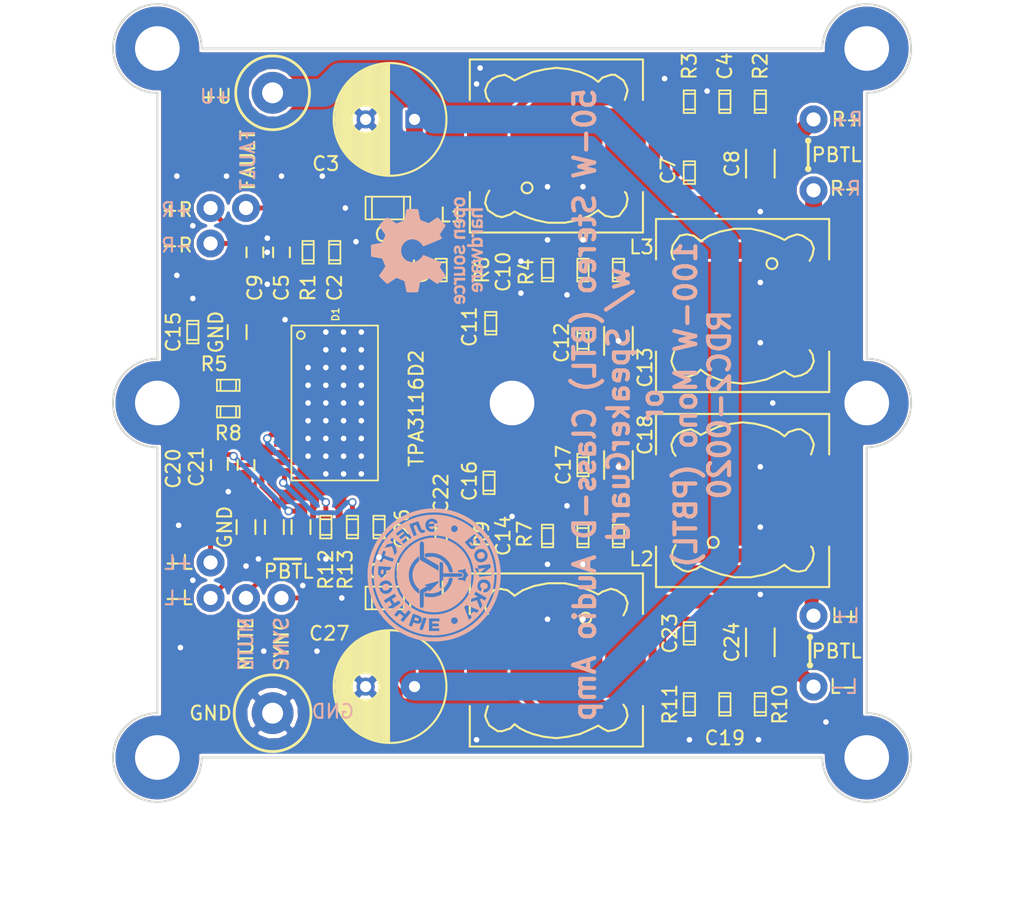
<source format=kicad_pcb>
(kicad_pcb (version 4) (host pcbnew 4.0.5)
  (layers (0 F.Cu signal) (31 B.Cu signal) (34 B.Paste user) (35 F.Paste user) (36 B.SilkS user hide) (37 F.SilkS user hide) (38 B.Mask user) (39 F.Mask user) (44 Edge.Cuts user))
  (net 0 "")
  (net 1 VCC)
  (net 2 GND)
  (net 3 "Net-(C4-Pad2)")
  (net 4 "Net-(C5-Pad1)")
  (net 5 "Net-(C5-Pad2)")
  (net 6 "Net-(C14-Pad2)")
  (net 7 "Net-(C9-Pad2)")
  (net 8 "Net-(C10-Pad2)")
  (net 9 "Net-(C15-Pad1)")
  (net 10 "Net-(C16-Pad1)")
  (net 11 "Net-(C21-Pad1)")
  (net 12 "Net-(C22-Pad1)")
  (net 13 "Net-(C23-Pad1)")
  (net 14 "Net-(D1-Pad8)")
  (net 15 "Net-(D1-Pad12)")
  (net 16 "Net-(D1-Pad2)")
  (net 17 "Net-(D1-Pad16)")
  (net 18 "Net-(C13-Pad1)")
  (net 19 "Net-(C20-Pad1)")
  (net 20 "Net-(C6-Pad1)")
  (net 21 "Net-(C6-Pad2)")
  (net 22 "Net-(C7-Pad1)")
  (net 23 "Net-(C8-Pad1)")
  (net 24 "Net-(C9-Pad1)")
  (net 25 "Net-(C11-Pad1)")
  (net 26 "Net-(C11-Pad2)")
  (net 27 "Net-(C12-Pad1)")
  (net 28 "Net-(C16-Pad2)")
  (net 29 "Net-(C17-Pad1)")
  (net 30 "Net-(C18-Pad1)")
  (net 31 "Net-(C19-Pad2)")
  (net 32 "Net-(C20-Pad2)")
  (net 33 "Net-(C21-Pad2)")
  (net 34 "Net-(C22-Pad2)")
  (net 35 "Net-(C24-Pad1)")
  (net 36 "Net-(P17-Pad1)")
  (module SMD_IC:TSSOP32 (layer F.Cu) (at 139.7 76.2 270)
    (fp_text reference D1 (at -6.35 -0.0635 270) (layer F.SilkS) (effects (font (size 0.50038 0.50038) (thickness 0.09906))))
    (fp_text value TPA3116 hide)
    (pad 8 smd rect (at -0.32512 3.6 270) (size 0.42 1.47) (layers F.Cu F.Paste F.Mask) (net 14 "Net-(D1-Pad8)"))
    (pad 9 smd rect (at 0.32512 3.6 270) (size 0.42 1.47) (layers F.Cu F.Paste F.Mask) (net 2 GND))
    (pad 10 smd rect (at 0.97536 3.6 270) (size 0.42 1.47) (layers F.Cu F.Paste F.Mask) (net 19 "Net-(C20-Pad1)"))
    (pad 11 smd rect (at 1.6256 3.6 270) (size 0.42 1.47) (layers F.Cu F.Paste F.Mask) (net 11 "Net-(C21-Pad1)"))
    (pad 28 smd rect (at -2.26568 -3.6 270) (size 0.42 1.47) (layers F.Cu F.Paste F.Mask) (net 2 GND))
    (pad 5 smd rect (at -2.27584 3.6 270) (size 0.42 1.47) (layers F.Cu F.Paste F.Mask) (net 24 "Net-(C9-Pad1)"))
    (pad 6 smd rect (at -1.6256 3.6 270) (size 0.42 1.47) (layers F.Cu F.Paste F.Mask) (net 9 "Net-(C15-Pad1)"))
    (pad 7 smd rect (at -0.97536 3.6 270) (size 0.42 1.47) (layers F.Cu F.Paste F.Mask) (net 9 "Net-(C15-Pad1)"))
    (pad 21 smd rect (at 2.27584 -3.6 270) (size 0.42 1.47) (layers F.Cu F.Paste F.Mask) (net 12 "Net-(C22-Pad1)"))
    (pad 22 smd rect (at 1.6256 -3.6 270) (size 0.42 1.47) (layers F.Cu F.Paste F.Mask) (net 2 GND))
    (pad 23 smd rect (at 0.97536 -3.6 270) (size 0.42 1.47) (layers F.Cu F.Paste F.Mask) (net 10 "Net-(C16-Pad1)"))
    (pad 24 smd rect (at 0.32512 -3.6 270) (size 0.42 1.47) (layers F.Cu F.Paste F.Mask) (net 28 "Net-(C16-Pad2)"))
    (pad 25 smd rect (at -0.32512 -3.6 270) (size 0.42 1.47) (layers F.Cu F.Paste F.Mask) (net 2 GND))
    (pad 26 smd rect (at -0.97536 -3.6 270) (size 0.42 1.47) (layers F.Cu F.Paste F.Mask) (net 26 "Net-(C11-Pad2)"))
    (pad 12 smd rect (at 2.27584 3.6 270) (size 0.42 1.47) (layers F.Cu F.Paste F.Mask) (net 15 "Net-(D1-Pad12)"))
    (pad 27 smd rect (at -1.6256 -3.6 270) (size 0.42 1.47) (layers F.Cu F.Paste F.Mask) (net 25 "Net-(C11-Pad1)"))
    (pad 4 smd rect (at -2.92608 3.6 270) (size 0.42 1.47) (layers F.Cu F.Paste F.Mask) (net 4 "Net-(C5-Pad1)"))
    (pad 13 smd rect (at 2.92608 3.6 270) (size 0.42 1.47) (layers F.Cu F.Paste F.Mask) (net 2 GND))
    (pad 20 smd rect (at 2.92608 -3.6 270) (size 0.42 1.47) (layers F.Cu F.Paste F.Mask) (net 34 "Net-(C22-Pad2)"))
    (pad 29 smd rect (at -2.92608 -3.6 270) (size 0.42 1.47) (layers F.Cu F.Paste F.Mask) (net 20 "Net-(C6-Pad1)"))
    (pad 3 smd rect (at -3.57378 3.6 270) (size 0.42 1.47) (layers F.Cu F.Paste F.Mask) (net 16 "Net-(D1-Pad2)"))
    (pad 14 smd rect (at 3.57378 3.6 270) (size 0.42 1.47) (layers F.Cu F.Paste F.Mask) (net 2 GND))
    (pad 19 smd rect (at 3.57378 -3.6 270) (size 0.42 1.47) (layers F.Cu F.Paste F.Mask) (net 1 VCC))
    (pad 30 smd rect (at -3.57378 -3.6 270) (size 0.42 1.47) (layers F.Cu F.Paste F.Mask) (net 21 "Net-(C6-Pad2)"))
    (pad 2 smd rect (at -4.22402 3.6 270) (size 0.42 1.47) (layers F.Cu F.Paste F.Mask) (net 16 "Net-(D1-Pad2)"))
    (pad 15 smd rect (at 4.22402 3.6 270) (size 0.42 1.47) (layers F.Cu F.Paste F.Mask) (net 2 GND))
    (pad 18 smd rect (at 4.22402 -3.6 270) (size 0.42 1.47) (layers F.Cu F.Paste F.Mask) (net 1 VCC))
    (pad 31 smd rect (at -4.22402 -3.6 270) (size 0.42 1.47) (layers F.Cu F.Paste F.Mask) (net 1 VCC))
    (pad 1 smd rect (at -4.87426 3.6 270) (size 0.42 1.47) (layers F.Cu F.Paste F.Mask) (net 2 GND))
    (pad 16 smd rect (at 4.87426 3.6 270) (size 0.42 1.47) (layers F.Cu F.Paste F.Mask) (net 17 "Net-(D1-Pad16)"))
    (pad 17 smd rect (at 4.87426 -3.6 270) (size 0.42 1.47) (layers F.Cu F.Paste F.Mask) (net 1 VCC))
    (pad 32 smd rect (at -4.87426 -3.6 270) (size 0.42 1.47) (layers F.Cu F.Paste F.Mask) (net 1 VCC))
  )
  (module SMD_R_C_L_T:IND_12x12mm_h6mm (layer F.Cu) (at 155.575 57.785)
    (fp_text reference L1 (at -7.493 4.953) (layer F.SilkS))
    (fp_text value L_Core_Ferrite_Small)
    (pad 1 smd rect (at -4.95046 0) (size 2.90068 5.40004) (layers F.Cu F.Paste F.Mask) (net 20 "Net-(C6-Pad1)"))
    (pad 2 smd rect (at 4.95046 0) (size 2.90068 5.40004) (layers F.Cu F.Paste F.Mask) (net 23 "Net-(C8-Pad1)"))
  )
  (module SMD_R_C_L_T:IND_12x12mm_h6mm (layer F.Cu) (at 168.91 69.215 180)
    (fp_text reference L2 (at 7.239 -18.161 180) (layer F.SilkS))
    (fp_text value L_Core_Ferrite_Small)
    (pad 1 smd rect (at -4.95046 0 180) (size 2.90068 5.40004) (layers F.Cu F.Paste F.Mask) (net 18 "Net-(C13-Pad1)"))
    (pad 2 smd rect (at 4.95046 0 180) (size 2.90068 5.40004) (layers F.Cu F.Paste F.Mask) (net 25 "Net-(C11-Pad1)"))
  )
  (module SMD_R_C_L_T:IND_12x12mm_h6mm (layer F.Cu) (at 168.91 83.185)
    (fp_text reference L3 (at -7.239 -18.161) (layer F.SilkS))
    (fp_text value L_Core_Ferrite_Small)
    (pad 1 smd rect (at -4.95046 0) (size 2.90068 5.40004) (layers F.Cu F.Paste F.Mask) (net 10 "Net-(C16-Pad1)"))
    (pad 2 smd rect (at 4.95046 0) (size 2.90068 5.40004) (layers F.Cu F.Paste F.Mask) (net 30 "Net-(C18-Pad1)"))
  )
  (module SMD_R_C_L_T:IND_12x12mm_h6mm (layer F.Cu) (at 155.575 94.615 180)
    (fp_text reference L4 (at 7.493 5.08 180) (layer F.SilkS))
    (fp_text value L_Core_Ferrite_Small)
    (pad 1 smd rect (at -4.95046 0 180) (size 2.90068 5.40004) (layers F.Cu F.Paste F.Mask) (net 35 "Net-(C24-Pad1)"))
    (pad 2 smd rect (at 4.95046 0 180) (size 2.90068 5.40004) (layers F.Cu F.Paste F.Mask) (net 12 "Net-(C22-Pad1)"))
  )
  (module SMD_R_C_L_T:R_0603 (layer F.Cu) (at 137.795 65.405 90)
    (fp_text reference R1 (at -2.54 0 90) (layer F.SilkS))
    (fp_text value 100K hide)
    (pad 1 smd rect (at 0.75184 0 90) (size 0.89916 1.00076) (layers F.Cu F.Paste F.Mask) (net 16 "Net-(D1-Pad2)"))
    (pad 2 smd rect (at -0.75184 0 90) (size 0.89916 1.00076) (layers F.Cu F.Paste F.Mask) (net 1 VCC))
  )
  (module SMD_R_C_L_T:R_0603 (layer F.Cu) (at 165.1 54.61 90)
    (fp_text reference R3 (at 2.54 0 90) (layer F.SilkS))
    (fp_text value 10R hide)
    (pad 1 smd rect (at 0.75184 0 90) (size 0.89916 1.00076) (layers F.Cu F.Paste F.Mask) (net 2 GND))
    (pad 2 smd rect (at -0.75184 0 90) (size 0.89916 1.00076) (layers F.Cu F.Paste F.Mask) (net 22 "Net-(C7-Pad1)"))
  )
  (module SMD_R_C_L_T:R_0603 (layer F.Cu) (at 160.02 66.675 270)
    (fp_text reference R4 (at 0.127 6.604 270) (layer F.SilkS))
    (fp_text value 3.3R hide)
    (pad 1 smd rect (at 0.75184 0 270) (size 0.89916 1.00076) (layers F.Cu F.Paste F.Mask) (net 8 "Net-(C10-Pad2)"))
    (pad 2 smd rect (at -0.75184 0 270) (size 0.89916 1.00076) (layers F.Cu F.Paste F.Mask) (net 18 "Net-(C13-Pad1)"))
  )
  (module SMD_R_C_L_T:R_0603 (layer F.Cu) (at 132.08 74.93 180)
    (fp_text reference R5 (at 1.016 1.524 180) (layer F.SilkS))
    (fp_text value 100K hide)
    (pad 1 smd rect (at 0.75184 0 180) (size 0.89916 1.00076) (layers F.Cu F.Paste F.Mask) (net 9 "Net-(C15-Pad1)"))
    (pad 2 smd rect (at -0.75184 0 180) (size 0.89916 1.00076) (layers F.Cu F.Paste F.Mask) (net 14 "Net-(D1-Pad8)"))
  )
  (module SMD_R_C_L_T:R_0603 (layer F.Cu) (at 154.94 66.675 90)
    (fp_text reference R6 (at 0 -4.699 90) (layer F.SilkS))
    (fp_text value 10R hide)
    (pad 1 smd rect (at 0.75184 0 90) (size 0.89916 1.00076) (layers F.Cu F.Paste F.Mask) (net 2 GND))
    (pad 2 smd rect (at -0.75184 0 90) (size 0.89916 1.00076) (layers F.Cu F.Paste F.Mask) (net 27 "Net-(C12-Pad1)"))
  )
  (module SMD_R_C_L_T:R_0603 (layer F.Cu) (at 160.02 85.725 90)
    (fp_text reference R7 (at 0.127 -6.731 90) (layer F.SilkS))
    (fp_text value 3.3R hide)
    (pad 1 smd rect (at 0.75184 0 90) (size 0.89916 1.00076) (layers F.Cu F.Paste F.Mask) (net 6 "Net-(C14-Pad2)"))
    (pad 2 smd rect (at -0.75184 0 90) (size 0.89916 1.00076) (layers F.Cu F.Paste F.Mask) (net 30 "Net-(C18-Pad1)"))
  )
  (module SMD_R_C_L_T:R_0603 (layer F.Cu) (at 132.08 76.835)
    (fp_text reference R8 (at 0 1.524) (layer F.SilkS))
    (fp_text value 20K hide)
    (pad 1 smd rect (at 0.75184 0) (size 0.89916 1.00076) (layers F.Cu F.Paste F.Mask) (net 14 "Net-(D1-Pad8)"))
    (pad 2 smd rect (at -0.75184 0) (size 0.89916 1.00076) (layers F.Cu F.Paste F.Mask) (net 2 GND))
  )
  (module SMD_R_C_L_T:R_0603 (layer F.Cu) (at 154.94 85.725 270)
    (fp_text reference R9 (at -0.127 4.699 270) (layer F.SilkS))
    (fp_text value 10R hide)
    (pad 1 smd rect (at 0.75184 0 270) (size 0.89916 1.00076) (layers F.Cu F.Paste F.Mask) (net 2 GND))
    (pad 2 smd rect (at -0.75184 0 270) (size 0.89916 1.00076) (layers F.Cu F.Paste F.Mask) (net 29 "Net-(C17-Pad1)"))
  )
  (module SMD_R_C_L_T:R_0603 (layer F.Cu) (at 170.18 97.79 270)
    (fp_text reference R10 (at 0 -1.397 270) (layer F.SilkS))
    (fp_text value 3.3R hide)
    (pad 1 smd rect (at 0.75184 0 270) (size 0.89916 1.00076) (layers F.Cu F.Paste F.Mask) (net 31 "Net-(C19-Pad2)"))
    (pad 2 smd rect (at -0.75184 0 270) (size 0.89916 1.00076) (layers F.Cu F.Paste F.Mask) (net 35 "Net-(C24-Pad1)"))
  )
  (module SMD_R_C_L_T:R_0603 (layer F.Cu) (at 165.1 97.79 270)
    (fp_text reference R11 (at 0 1.397 270) (layer F.SilkS))
    (fp_text value 10R hide)
    (pad 1 smd rect (at 0.75184 0 270) (size 0.89916 1.00076) (layers F.Cu F.Paste F.Mask) (net 2 GND))
    (pad 2 smd rect (at -0.75184 0 270) (size 0.89916 1.00076) (layers F.Cu F.Paste F.Mask) (net 13 "Net-(C23-Pad1)"))
  )
  (module SMD_R_C_L_T:R_0603 (layer F.Cu) (at 139.065 85.09 270)
    (fp_text reference R12 (at 3.048 0 270) (layer F.SilkS))
    (fp_text value 100K hide)
    (pad 1 smd rect (at 0.75184 0 270) (size 0.89916 1.00076) (layers F.Cu F.Paste F.Mask) (net 2 GND))
    (pad 2 smd rect (at -0.75184 0 270) (size 0.89916 1.00076) (layers F.Cu F.Paste F.Mask) (net 15 "Net-(D1-Pad12)"))
  )
  (module SMD_R_C_L_T:R_0603 (layer F.Cu) (at 140.97 85.09 90)
    (fp_text reference R13 (at -3.048 -0.508 90) (layer F.SilkS))
    (fp_text value 10K hide)
    (pad 1 smd rect (at 0.75184 0 90) (size 0.89916 1.00076) (layers F.Cu F.Paste F.Mask) (net 17 "Net-(D1-Pad16)"))
    (pad 2 smd rect (at -0.75184 0 90) (size 0.89916 1.00076) (layers F.Cu F.Paste F.Mask) (net 36 "Net-(P17-Pad1)"))
  )
  (module Capacitors_SMD:C_0603 (layer F.Cu) (at 135.89 65.405 90)
    (fp_text reference C5 (at -2.54 0 90) (layer F.SilkS))
    (fp_text value C_Small)
    (pad 1 smd rect (at -0.75 0 90) (size 0.8 0.75) (layers F.Cu F.Paste F.Mask) (net 4 "Net-(C5-Pad1)"))
    (pad 2 smd rect (at 0.75 0 90) (size 0.8 0.75) (layers F.Cu F.Paste F.Mask) (net 5 "Net-(C5-Pad2)"))
  )
  (module SMD_R_C_L_T:R_0603 (layer F.Cu) (at 170.18 54.61 90)
    (fp_text reference R2 (at 2.54 0 90) (layer F.SilkS))
    (fp_text value 3.3R hide)
    (pad 1 smd rect (at 0.75184 0 90) (size 0.89916 1.00076) (layers F.Cu F.Paste F.Mask) (net 3 "Net-(C4-Pad2)"))
    (pad 2 smd rect (at -0.75184 0 90) (size 0.89916 1.00076) (layers F.Cu F.Paste F.Mask) (net 23 "Net-(C8-Pad1)"))
  )
  (module SMD_R_C_L_T:C_1206 (layer F.Cu) (at 143.51 62.23)
    (fp_text reference C1 (at 0 1.905) (layer F.SilkS))
    (fp_text value 330pF hide)
    (pad 1 smd rect (at 1.397 0) (size 1.6002 1.8034) (layers F.Cu F.Paste F.Mask) (net 1 VCC))
    (pad 2 smd rect (at -1.397 0) (size 1.6002 1.8034) (layers F.Cu F.Paste F.Mask) (net 2 GND))
  )
  (module SMD_R_C_L_T:C_0603 (layer F.Cu) (at 139.7 65.405 270)
    (fp_text reference C2 (at 2.54 0 270) (layer F.SilkS))
    (fp_text value 0,1 hide)
    (pad 1 smd rect (at 0.75184 0 270) (size 0.89916 1.00076) (layers F.Cu F.Paste F.Mask) (net 1 VCC))
    (pad 2 smd rect (at -0.75184 0 270) (size 0.89916 1.00076) (layers F.Cu F.Paste F.Mask) (net 2 GND))
  )
  (module Capacitors_ThroughHole:C_Radial_D8_L11.5_P3.5 (layer F.Cu) (at 145.415 55.88 180)
    (fp_text reference C3 (at 6.35 -3.175 180) (layer F.SilkS))
    (fp_text value 220mF)
    (pad 2 thru_hole circle (at 3.5 0 180) (size 1.3 1.3) (drill 0.8) (layers *.Cu *.Mask) (net 2 GND))
    (pad 1 thru_hole rect (at 0 0 180) (size 1.3 1.3) (drill 0.8) (layers *.Cu *.Mask) (net 1 VCC))
  )
  (module Capacitors_SMD:C_1206 (layer F.Cu) (at 170.18 59.055 270)
    (fp_text reference C8 (at 0 2.032 270) (layer F.SilkS))
    (fp_text value 0,68)
    (pad 1 smd rect (at -1.5 0 270) (size 1 1.6) (layers F.Cu F.Paste F.Mask) (net 23 "Net-(C8-Pad1)"))
    (pad 2 smd rect (at 1.5 0 270) (size 1 1.6) (layers F.Cu F.Paste F.Mask) (net 2 GND))
  )
  (module Capacitors_SMD:C_0603 (layer F.Cu) (at 133.985 65.405 90)
    (fp_text reference C9 (at -2.54 0 90) (layer F.SilkS))
    (fp_text value C_Small)
    (pad 1 smd rect (at -0.75 0 90) (size 0.8 0.75) (layers F.Cu F.Paste F.Mask) (net 24 "Net-(C9-Pad1)"))
    (pad 2 smd rect (at 0.75 0 90) (size 0.8 0.75) (layers F.Cu F.Paste F.Mask) (net 7 "Net-(C9-Pad2)"))
  )
  (module Capacitors_SMD:C_1206 (layer F.Cu) (at 160.02 71.755 270)
    (fp_text reference C13 (at 1.905 -1.905 270) (layer F.SilkS))
    (fp_text value 0,68)
    (pad 1 smd rect (at -1.5 0 270) (size 1 1.6) (layers F.Cu F.Paste F.Mask) (net 18 "Net-(C13-Pad1)"))
    (pad 2 smd rect (at 1.5 0 270) (size 1 1.6) (layers F.Cu F.Paste F.Mask) (net 2 GND))
  )
  (module Capacitors_SMD:C_1206 (layer F.Cu) (at 160.02 80.645 90)
    (fp_text reference C18 (at 2.159 1.905 90) (layer F.SilkS))
    (fp_text value 0,68)
    (pad 1 smd rect (at -1.5 0 90) (size 1 1.6) (layers F.Cu F.Paste F.Mask) (net 30 "Net-(C18-Pad1)"))
    (pad 2 smd rect (at 1.5 0 90) (size 1 1.6) (layers F.Cu F.Paste F.Mask) (net 2 GND))
  )
  (module Capacitors_SMD:C_0603 (layer F.Cu) (at 131.445 80.645 270)
    (fp_text reference C20 (at 0.254 3.302 270) (layer F.SilkS))
    (fp_text value C_Small)
    (pad 1 smd rect (at -0.75 0 270) (size 0.8 0.75) (layers F.Cu F.Paste F.Mask) (net 19 "Net-(C20-Pad1)"))
    (pad 2 smd rect (at 0.75 0 270) (size 0.8 0.75) (layers F.Cu F.Paste F.Mask) (net 32 "Net-(C20-Pad2)"))
  )
  (module Capacitors_SMD:C_0603 (layer F.Cu) (at 133.35 80.645 270)
    (fp_text reference C21 (at 0.127 3.556 270) (layer F.SilkS))
    (fp_text value C_Small)
    (pad 1 smd rect (at -0.75 0 270) (size 0.8 0.75) (layers F.Cu F.Paste F.Mask) (net 11 "Net-(C21-Pad1)"))
    (pad 2 smd rect (at 0.75 0 270) (size 0.8 0.75) (layers F.Cu F.Paste F.Mask) (net 33 "Net-(C21-Pad2)"))
  )
  (module Capacitors_SMD:C_1206 (layer F.Cu) (at 170.18 93.345 90)
    (fp_text reference C24 (at 0 -2.032 90) (layer F.SilkS))
    (fp_text value 0,68)
    (pad 1 smd rect (at -1.5 0 90) (size 1 1.6) (layers F.Cu F.Paste F.Mask) (net 35 "Net-(C24-Pad1)"))
    (pad 2 smd rect (at 1.5 0 90) (size 1 1.6) (layers F.Cu F.Paste F.Mask) (net 2 GND))
  )
  (module SMD_R_C_L_T:C_1206 (layer F.Cu) (at 143.51 90.17)
    (fp_text reference C25 (at 0 -1.905) (layer F.SilkS))
    (fp_text value 330pF hide)
    (pad 1 smd rect (at 1.397 0) (size 1.6002 1.8034) (layers F.Cu F.Paste F.Mask) (net 1 VCC))
    (pad 2 smd rect (at -1.397 0) (size 1.6002 1.8034) (layers F.Cu F.Paste F.Mask) (net 2 GND))
  )
  (module SMD_R_C_L_T:C_0603 (layer F.Cu) (at 142.875 85.09 90)
    (fp_text reference C26 (at -0.127 1.651 90) (layer F.SilkS))
    (fp_text value 0,1 hide)
    (pad 1 smd rect (at 0.75184 0 90) (size 0.89916 1.00076) (layers F.Cu F.Paste F.Mask) (net 1 VCC))
    (pad 2 smd rect (at -0.75184 0 90) (size 0.89916 1.00076) (layers F.Cu F.Paste F.Mask) (net 2 GND))
  )
  (module Capacitors_ThroughHole:C_Radial_D8_L11.5_P3.5 (layer F.Cu) (at 145.415 96.52 180)
    (fp_text reference C27 (at 6.096 3.81 180) (layer F.SilkS))
    (fp_text value 220pF)
    (pad 2 thru_hole circle (at 3.5 0 180) (size 1.3 1.3) (drill 0.8) (layers *.Cu *.Mask) (net 2 GND))
    (pad 1 thru_hole rect (at 0 0 180) (size 1.3 1.3) (drill 0.8) (layers *.Cu *.Mask) (net 1 VCC))
  )
  (module Mounting_Holes:MountingHole_3.2mm_M3_Pad (layer F.Cu) (at 135.255 53.975)
    (fp_text reference P1 hide)
    (fp_text value CONN_01X01)
    (pad 1 thru_hole circle (at 0 0) (size 3 3) (drill 1.5) (layers *.Cu *.Mask) (net 1 VCC))
  )
  (module Mounting_Holes:MountingHole_3.2mm_M3_Pad (layer F.Cu) (at 135.255 98.425)
    (fp_text reference P16 hide)
    (fp_text value CONN_01X01)
    (pad 1 thru_hole circle (at 0 0) (size 3 3) (drill 1.5) (layers *.Cu *.Mask) (net 2 GND))
  )
  (module NewComponents:Pin_1x01 (layer F.Cu) (at 133.35 62.23)
    (fp_text reference P2 hide)
    (fp_text value CONN_01X01)
    (pad 1 thru_hole circle (at 0 0) (size 2 2) (drill 1.016) (layers *.Cu *.Mask) (net 16 "Net-(D1-Pad2)"))
  )
  (module NewComponents:Pin_1x01 (layer F.Cu) (at 130.81 62.23)
    (fp_text reference P4 hide)
    (fp_text value CONN_01X01)
    (pad 1 thru_hole circle (at 0 0) (size 2 2) (drill 1.016) (layers *.Cu *.Mask) (net 5 "Net-(C5-Pad2)"))
  )
  (module NewComponents:Pin_1x01 (layer F.Cu) (at 130.81 64.77)
    (fp_text reference P5 hide)
    (fp_text value CONN_01X01)
    (pad 1 thru_hole circle (at 0 0) (size 2 2) (drill 1.016) (layers *.Cu *.Mask) (net 7 "Net-(C9-Pad2)"))
  )
  (module NewComponents:Pin_1x01 (layer F.Cu) (at 130.81 87.63)
    (fp_text reference P9 hide)
    (fp_text value CONN_01X01)
    (pad 1 thru_hole circle (at 0 0) (size 2 2) (drill 1.016) (layers *.Cu *.Mask) (net 32 "Net-(C20-Pad2)"))
  )
  (module NewComponents:Pin_1x01 (layer F.Cu) (at 130.81 90.17)
    (fp_text reference P10 hide)
    (fp_text value CONN_01X01)
    (pad 1 thru_hole circle (at 0 0) (size 2 2) (drill 1.016) (layers *.Cu *.Mask) (net 33 "Net-(C21-Pad2)"))
  )
  (module NewComponents:Pin_1x01 (layer F.Cu) (at 133.35 90.17)
    (fp_text reference P13 hide)
    (fp_text value CONN_01X01)
    (pad 1 thru_hole circle (at 0 0) (size 2 2) (drill 1.016) (layers *.Cu *.Mask) (net 15 "Net-(D1-Pad12)"))
  )
  (module NewComponents:Pin_1x01 (layer F.Cu) (at 135.89 90.17)
    (fp_text reference P17 hide)
    (fp_text value CONN_01X01)
    (pad 1 thru_hole circle (at 0 0) (size 2 2) (drill 1.016) (layers *.Cu *.Mask) (net 36 "Net-(P17-Pad1)"))
  )
  (module Resistors_SMD:R_0603_HandSoldering (layer F.Cu) (at 133.35 85.09 90)
    (fp_text reference P12 hide)
    (fp_text value CONN_01X02)
    (pad 1 smd rect (at -1.1 0 90) (size 1.2 0.9) (layers F.Cu F.Paste F.Mask) (net 2 GND))
    (pad 2 smd rect (at 1.1 0 90) (size 1.2 0.9) (layers F.Cu F.Paste F.Mask) (net 33 "Net-(C21-Pad2)"))
  )
  (module Resistors_SMD:R_0603_HandSoldering (layer F.Cu) (at 135.382 85.09 90)
    (fp_text reference P14 hide)
    (fp_text value CONN_01X02)
    (pad 1 smd rect (at -1.1 0 90) (size 1.2 0.9) (layers F.Cu F.Paste F.Mask) (net 2 GND))
    (pad 2 smd rect (at 1.1 0 90) (size 1.2 0.9) (layers F.Cu F.Paste F.Mask) (net 11 "Net-(C21-Pad1)"))
  )
  (module Resistors_SMD:R_0603_HandSoldering (layer F.Cu) (at 137.287 85.09 90)
    (fp_text reference P15 hide)
    (fp_text value CONN_01X02)
    (pad 1 smd rect (at -1.1 0 90) (size 1.2 0.9) (layers F.Cu F.Paste F.Mask) (net 2 GND))
    (pad 2 smd rect (at 1.1 0 90) (size 1.2 0.9) (layers F.Cu F.Paste F.Mask) (net 19 "Net-(C20-Pad1)"))
  )
  (module NewComponents:Pin_1x01 (layer F.Cu) (at 173.99 55.88)
    (fp_text reference P3 hide)
    (fp_text value CONN_01X01)
    (pad 1 thru_hole circle (at 0 0) (size 2 2) (drill 1.016) (layers *.Cu *.Mask) (net 23 "Net-(C8-Pad1)"))
  )
  (module NewComponents:Pin_1x01 (layer F.Cu) (at 173.99 60.96)
    (fp_text reference P6 hide)
    (fp_text value CONN_01X01)
    (pad 1 thru_hole circle (at 0 0) (size 2 2) (drill 1.016) (layers *.Cu *.Mask) (net 18 "Net-(C13-Pad1)"))
  )
  (module NewComponents:Pin_1x01 (layer F.Cu) (at 173.99 91.44)
    (fp_text reference P8 hide)
    (fp_text value CONN_01X01)
    (pad 1 thru_hole circle (at 0 0) (size 2 2) (drill 1.016) (layers *.Cu *.Mask) (net 30 "Net-(C18-Pad1)"))
  )
  (module NewComponents:Pin_1x01 (layer F.Cu) (at 173.99 96.52)
    (fp_text reference P11 hide)
    (fp_text value CONN_01X01)
    (pad 1 thru_hole circle (at 0 0) (size 2 2) (drill 1.016) (layers *.Cu *.Mask) (net 35 "Net-(C24-Pad1)"))
  )
  (module Mounting_Holes:MountingHole_3.2mm_M3_Pad (layer F.Cu) (at 152.4 76.2)
    (fp_text reference REF** hide)
    (fp_text value MountingHole_3.2mm_M3_Pad)
    (pad 1 thru_hole circle (at 0 0) (size 6.4 6.4) (drill 3.2) (layers *.Cu *.Mask) (net 2 GND))
  )
  (module SMD_R_C_L_T:C_0603 (layer F.Cu) (at 150.749 81.915 270)
    (fp_text reference C16 (at -0.127 1.397 270) (layer F.SilkS))
    (fp_text value C_Small hide)
    (pad 1 smd rect (at 0.75184 0 270) (size 0.89916 1.00076) (layers F.Cu F.Paste F.Mask) (net 10 "Net-(C16-Pad1)"))
    (pad 2 smd rect (at -0.75184 0 270) (size 0.89916 1.00076) (layers F.Cu F.Paste F.Mask) (net 28 "Net-(C16-Pad2)"))
  )
  (module SMD_R_C_L_T:C_0603 (layer F.Cu) (at 150.876 70.485 90)
    (fp_text reference C11 (at -0.254 -1.524 90) (layer F.SilkS))
    (fp_text value C_Small hide)
    (pad 1 smd rect (at 0.75184 0 90) (size 0.89916 1.00076) (layers F.Cu F.Paste F.Mask) (net 25 "Net-(C11-Pad1)"))
    (pad 2 smd rect (at -0.75184 0 90) (size 0.89916 1.00076) (layers F.Cu F.Paste F.Mask) (net 26 "Net-(C11-Pad2)"))
  )
  (module SMD_R_C_L_T:C_0603 (layer F.Cu) (at 147.32 66.675 270)
    (fp_text reference C6 (at 0 1.397 270) (layer F.SilkS))
    (fp_text value C_Small hide)
    (pad 1 smd rect (at 0.75184 0 270) (size 0.89916 1.00076) (layers F.Cu F.Paste F.Mask) (net 20 "Net-(C6-Pad1)"))
    (pad 2 smd rect (at -0.75184 0 270) (size 0.89916 1.00076) (layers F.Cu F.Paste F.Mask) (net 21 "Net-(C6-Pad2)"))
  )
  (module SMD_R_C_L_T:C_0603 (layer F.Cu) (at 147.32 85.725 90)
    (fp_text reference C22 (at 3.048 0 90) (layer F.SilkS))
    (fp_text value C_Small hide)
    (pad 1 smd rect (at 0.75184 0 90) (size 0.89916 1.00076) (layers F.Cu F.Paste F.Mask) (net 12 "Net-(C22-Pad1)"))
    (pad 2 smd rect (at -0.75184 0 90) (size 0.89916 1.00076) (layers F.Cu F.Paste F.Mask) (net 34 "Net-(C22-Pad2)"))
  )
  (module SMD_R_C_L_T:C_0603 (layer F.Cu) (at 157.48 66.675 90)
    (fp_text reference C10 (at -0.127 -5.715 90) (layer F.SilkS))
    (fp_text value 0,01 hide)
    (pad 1 smd rect (at 0.75184 0 90) (size 0.89916 1.00076) (layers F.Cu F.Paste F.Mask) (net 2 GND))
    (pad 2 smd rect (at -0.75184 0 90) (size 0.89916 1.00076) (layers F.Cu F.Paste F.Mask) (net 8 "Net-(C10-Pad2)"))
  )
  (module SMD_R_C_L_T:C_0603 (layer F.Cu) (at 157.48 71.755 90)
    (fp_text reference C12 (at -0.127 -1.524 90) (layer F.SilkS))
    (fp_text value 330pF hide)
    (pad 1 smd rect (at 0.75184 0 90) (size 0.89916 1.00076) (layers F.Cu F.Paste F.Mask) (net 27 "Net-(C12-Pad1)"))
    (pad 2 smd rect (at -0.75184 0 90) (size 0.89916 1.00076) (layers F.Cu F.Paste F.Mask) (net 25 "Net-(C11-Pad1)"))
  )
  (module SMD_R_C_L_T:C_0603 (layer F.Cu) (at 157.48 80.645 270)
    (fp_text reference C17 (at 0 1.397 270) (layer F.SilkS))
    (fp_text value 330pF hide)
    (pad 1 smd rect (at 0.75184 0 270) (size 0.89916 1.00076) (layers F.Cu F.Paste F.Mask) (net 29 "Net-(C17-Pad1)"))
    (pad 2 smd rect (at -0.75184 0 270) (size 0.89916 1.00076) (layers F.Cu F.Paste F.Mask) (net 10 "Net-(C16-Pad1)"))
  )
  (module SMD_R_C_L_T:C_0603 (layer F.Cu) (at 157.48 85.725 270)
    (fp_text reference C14 (at 0 5.715 270) (layer F.SilkS))
    (fp_text value 0,01 hide)
    (pad 1 smd rect (at 0.75184 0 270) (size 0.89916 1.00076) (layers F.Cu F.Paste F.Mask) (net 2 GND))
    (pad 2 smd rect (at -0.75184 0 270) (size 0.89916 1.00076) (layers F.Cu F.Paste F.Mask) (net 6 "Net-(C14-Pad2)"))
  )
  (module SMD_R_C_L_T:C_0603 (layer F.Cu) (at 167.64 54.61 90)
    (fp_text reference C4 (at 2.54 0 90) (layer F.SilkS))
    (fp_text value 0,01 hide)
    (pad 1 smd rect (at 0.75184 0 90) (size 0.89916 1.00076) (layers F.Cu F.Paste F.Mask) (net 2 GND))
    (pad 2 smd rect (at -0.75184 0 90) (size 0.89916 1.00076) (layers F.Cu F.Paste F.Mask) (net 3 "Net-(C4-Pad2)"))
  )
  (module SMD_R_C_L_T:C_0603 (layer F.Cu) (at 167.64 97.79 270)
    (fp_text reference C19 (at 2.413 0 360) (layer F.SilkS))
    (fp_text value 0,01 hide)
    (pad 1 smd rect (at 0.75184 0 270) (size 0.89916 1.00076) (layers F.Cu F.Paste F.Mask) (net 2 GND))
    (pad 2 smd rect (at -0.75184 0 270) (size 0.89916 1.00076) (layers F.Cu F.Paste F.Mask) (net 31 "Net-(C19-Pad2)"))
  )
  (module SMD_R_C_L_T:C_0603 (layer F.Cu) (at 165.1 92.71 270)
    (fp_text reference C23 (at 0 1.397 270) (layer F.SilkS))
    (fp_text value 330pF hide)
    (pad 1 smd rect (at 0.75184 0 270) (size 0.89916 1.00076) (layers F.Cu F.Paste F.Mask) (net 13 "Net-(C23-Pad1)"))
    (pad 2 smd rect (at -0.75184 0 270) (size 0.89916 1.00076) (layers F.Cu F.Paste F.Mask) (net 12 "Net-(C22-Pad1)"))
  )
  (module SMD_R_C_L_T:C_0603 (layer F.Cu) (at 165.1 59.69 90)
    (fp_text reference C7 (at 0.127 -1.524 90) (layer F.SilkS))
    (fp_text value 330pF hide)
    (pad 1 smd rect (at 0.75184 0 90) (size 0.89916 1.00076) (layers F.Cu F.Paste F.Mask) (net 22 "Net-(C7-Pad1)"))
    (pad 2 smd rect (at -0.75184 0 90) (size 0.89916 1.00076) (layers F.Cu F.Paste F.Mask) (net 20 "Net-(C6-Pad1)"))
  )
  (module Resistors_SMD:R_0603_HandSoldering (layer F.Cu) (at 132.715 71.12 90)
    (fp_text reference P7 hide)
    (fp_text value CONN_01X02)
    (pad 1 smd rect (at -1.1 0 90) (size 1.2 0.9) (layers F.Cu F.Paste F.Mask) (net 2 GND))
    (pad 2 smd rect (at 1.1 0 90) (size 1.2 0.9) (layers F.Cu F.Paste F.Mask) (net 7 "Net-(C9-Pad2)"))
  )
  (module SMD_R_C_L_T:C_0603 (layer F.Cu) (at 129.54 71.12 270)
    (fp_text reference C15 (at 0 1.397 270) (layer F.SilkS))
    (fp_text value C_Small hide)
    (pad 1 smd rect (at 0.75184 0 270) (size 0.89916 1.00076) (layers F.Cu F.Paste F.Mask) (net 9 "Net-(C15-Pad1)"))
    (pad 2 smd rect (at -0.75184 0 270) (size 0.89916 1.00076) (layers F.Cu F.Paste F.Mask) (net 2 GND))
  )
  (module Measurement_Points:Measurement_Point_Square-SMD-Pad_Big (layer F.Cu) (at 139.7 76.2)
    (fp_text reference REF** hide)
    (fp_text value Measurement_Point_Square-SMD-Pad_Big)
    (pad "" smd rect (at 0 0) (size 2.8 6.2) (layers F.Cu F.Mask) (net 2 GND))
  )
  (module Measurement_Points:Measurement_Point_Square-SMD-Pad_Big (layer B.Cu) (at 139.7 76.2)
    (fp_text reference REF** hide)
    (fp_text value Measurement_Point_Square-SMD-Pad_Big)
    (pad "" smd rect (at 0 0) (size 2.8 6.2) (layers B.Cu B.Mask) (net 2 GND))
  )
  (module Mounting_Holes:MountingHole_3.2mm_M3_Pad (layer F.Cu) (at 177.8 50.8)
    (fp_text reference REF** hide)
    (fp_text value MountingHole_3.2mm_M3_Pad)
    (pad 1 thru_hole circle (at 0 0) (size 6 6) (drill 3.2) (layers *.Cu *.Mask) (net 2 GND))
  )
  (module Mounting_Holes:MountingHole_3.2mm_M3_Pad (layer F.Cu) (at 127 50.8)
    (fp_text reference REF** hide)
    (fp_text value MountingHole_3.2mm_M3_Pad)
    (pad 1 thru_hole circle (at 0 0) (size 6 6) (drill 3.2) (layers *.Cu *.Mask) (net 2 GND))
  )
  (module Mounting_Holes:MountingHole_3.2mm_M3_Pad (layer F.Cu) (at 177.8 76.2)
    (fp_text reference REF** hide)
    (fp_text value MountingHole_3.2mm_M3_Pad)
    (pad 1 thru_hole circle (at 0 0) (size 6 6) (drill 3.2) (layers *.Cu *.Mask) (net 2 GND))
  )
  (module Mounting_Holes:MountingHole_3.2mm_M3_Pad (layer F.Cu) (at 127 76.2)
    (fp_text reference REF** hide)
    (fp_text value MountingHole_3.2mm_M3_Pad)
    (pad 1 thru_hole circle (at 0 0) (size 6 6) (drill 3.2) (layers *.Cu *.Mask) (net 2 GND))
  )
  (module Mounting_Holes:MountingHole_3.2mm_M3_Pad (layer F.Cu) (at 127 101.6)
    (fp_text reference REF** hide)
    (fp_text value MountingHole_3.2mm_M3_Pad)
    (pad 1 thru_hole circle (at 0 0) (size 6 6) (drill 3.2) (layers *.Cu *.Mask) (net 2 GND))
  )
  (module Mounting_Holes:MountingHole_3.2mm_M3_Pad (layer F.Cu) (at 177.8 101.6)
    (fp_text reference REF** hide)
    (fp_text value MountingHole_3.2mm_M3_Pad)
    (pad 1 thru_hole circle (at 0 0) (size 6 6) (drill 3.2) (layers *.Cu *.Mask) (net 2 GND))
  )
  (module Symbols:CD_light_9 (layer B.Cu) (at 146.812 88.519 270)
    (fp_text reference G*** hide)
    (fp_text value LOGO hide)
  )
  (module Symbols:OSHW-Logo_7.5x8mm_SilkScreen (layer B.Cu) (at 146.304 65.278 270)
    (fp_text reference REF*** hide)
    (fp_text value OSHW-Logo_7.5x8mm_SilkScreen hide)
  )
  (gr_text "50-W Stereo (BTL) Class-D Audio Amp\nw/ SpeakerGuard\nor\n100-W Mono (PBTL)\nRDC2-0020" (at 162.433 76.327 90) (layer B.SilkS) (effects (font (size 1.5 1.5) (thickness 0.3)) (justify mirror)))
  (gr_text GND (at 139.573 98.298) (layer B.SilkS) (effects (font (size 1 1)) (justify mirror)))
  (gr_text +U (at 131.191 54.229) (layer B.SilkS) (effects (font (size 1 1)) (justify mirror)))
  (gr_text R- (at 176.276 60.833) (layer B.SilkS) (effects (font (size 1 1)) (justify mirror)))
  (gr_text R+ (at 176.403 55.88) (layer B.SilkS) (effects (font (size 1 1)) (justify mirror)))
  (gr_text L- (at 176.149 96.52) (layer B.SilkS) (effects (font (size 1 1)) (justify mirror)))
  (gr_text L+ (at 176.276 91.44) (layer B.SilkS) (effects (font (size 1 1)) (justify mirror)))
  (gr_text SYNC (at 135.89 93.472 90) (layer B.SilkS) (effects (font (size 1 1)) (justify mirror)))
  (gr_text MUTE (at 133.35 93.472 90) (layer B.SilkS) (effects (font (size 1 1)) (justify mirror)))
  (gr_text -L (at 128.524 90.17) (layer B.SilkS) (effects (font (size 1 1)) (justify mirror)))
  (gr_text +L (at 128.524 87.63) (layer B.SilkS) (effects (font (size 1 1)) (justify mirror)))
  (gr_text -R (at 128.397 64.897) (layer B.SilkS) (effects (font (size 1 1)) (justify mirror)))
  (gr_text +R (at 128.397 62.357) (layer B.SilkS) (effects (font (size 1 1)) (justify mirror)))
  (gr_text FAULT (at 133.477 58.801 90) (layer B.SilkS) (effects (font (size 1 1)) (justify mirror)))
  (gr_circle (center 173.609 59.436) (end 173.736 59.436) (layer F.SilkS) (width 0.2))
  (gr_circle (center 173.609 57.404) (end 173.736 57.404) (layer F.SilkS) (width 0.2))
  (gr_line (start 173.609 57.404) (end 173.609 59.436) (angle 90) (layer F.SilkS) (width 0.2))
  (gr_text PBTL (at 175.641 58.42) (layer F.SilkS) (effects (font (size 1 1))))
  (gr_circle (center 173.736 94.996) (end 173.863 94.996) (layer F.SilkS) (width 0.2))
  (gr_circle (center 173.736 92.964) (end 173.863 92.964) (layer F.SilkS) (width 0.2))
  (gr_text PBTL (at 175.641 93.98) (layer F.SilkS) (effects (font (size 1 1))))
  (gr_line (start 173.736 92.964) (end 173.736 94.996) (angle 90) (layer F.SilkS) (width 0.2))
  (gr_text L- (at 176.149 96.52) (layer F.SilkS) (effects (font (size 1 1))))
  (gr_text L+ (at 176.276 91.44) (layer F.SilkS) (effects (font (size 1 1))))
  (gr_text R- (at 176.276 60.833) (layer F.SilkS) (effects (font (size 1 1))))
  (gr_text R+ (at 176.403 55.88) (layer F.SilkS) (effects (font (size 1 1))))
  (gr_text TPA3116D2 (at 145.542 76.581 90) (layer F.SilkS) (effects (font (size 1 1))))
  (gr_text GND (at 131.191 71.12 90) (layer F.SilkS) (effects (font (size 1 1))))
  (gr_text GND (at 131.826 85.09 90) (layer F.SilkS) (effects (font (size 1 1))))
  (gr_line (start 135.382 87.376) (end 137.287 87.376) (angle 90) (layer F.SilkS) (width 0.2))
  (gr_text PBTL (at 136.398 88.265) (layer F.SilkS) (effects (font (size 1 1))))
  (gr_text SYNC (at 135.89 93.472 90) (layer F.SilkS) (effects (font (size 1 1))))
  (gr_text MUTE (at 133.35 93.472 90) (layer F.SilkS) (effects (font (size 1 1))))
  (gr_text -L (at 128.524 90.17) (layer F.SilkS) (effects (font (size 1 1))))
  (gr_text +L (at 128.524 87.63) (layer F.SilkS) (effects (font (size 1 1))))
  (gr_text FAULT (at 133.477 58.801 90) (layer F.SilkS) (effects (font (size 1 1))))
  (gr_text -R (at 128.397 64.897) (layer F.SilkS) (effects (font (size 1 1))))
  (gr_text +R (at 128.397 62.357) (layer F.SilkS) (effects (font (size 1 1))))
  (gr_text +U (at 131.191 54.229) (layer F.SilkS) (effects (font (size 1 1))))
  (gr_circle (center 135.255 53.975) (end 137.414 55.499) (layer F.SilkS) (width 0.2))
  (gr_circle (center 135.255 98.425) (end 136.779 96.139) (layer F.SilkS) (width 0.2))
  (gr_text GND (at 130.81 98.425) (layer F.SilkS) (effects (font (size 1 1))))
  (gr_line (start 130.175 50.8) (end 174.625 50.8) (angle 90) (layer Edge.Cuts) (width 0.15))
  (gr_line (start 127 73.025) (end 127 53.975) (angle 90) (layer Edge.Cuts) (width 0.15))
  (gr_line (start 127 98.425) (end 127 79.375) (angle 90) (layer Edge.Cuts) (width 0.15))
  (gr_line (start 174.625 101.6) (end 130.175 101.6) (angle 90) (layer Edge.Cuts) (width 0.15))
  (gr_arc (start 177.8 101.6) (end 177.8 104.775) (angle 90) (layer Edge.Cuts) (width 0.15))
  (gr_arc (start 177.8 101.6) (end 180.975 101.6) (angle 90) (layer Edge.Cuts) (width 0.15))
  (gr_arc (start 177.8 101.6) (end 177.8 98.425) (angle 90) (layer Edge.Cuts) (width 0.15))
  (gr_line (start 177.8 79.375) (end 177.8 98.425) (angle 90) (layer Edge.Cuts) (width 0.15))
  (gr_line (start 177.8 53.975) (end 177.8 73.025) (angle 90) (layer Edge.Cuts) (width 0.15))
  (gr_arc (start 177.8 76.2) (end 180.975 76.2) (angle 90) (layer Edge.Cuts) (width 0.15))
  (gr_arc (start 177.8 76.2) (end 177.8 73.025) (angle 90) (layer Edge.Cuts) (width 0.15))
  (gr_arc (start 127 76.2) (end 123.825 76.2) (angle 90) (layer Edge.Cuts) (width 0.15))
  (gr_arc (start 127 76.2) (end 127 79.375) (angle 90) (layer Edge.Cuts) (width 0.15))
  (gr_arc (start 127 101.6) (end 123.825 101.6) (angle 90) (layer Edge.Cuts) (width 0.15))
  (gr_arc (start 127 101.6) (end 127 104.775) (angle 90) (layer Edge.Cuts) (width 0.15))
  (gr_arc (start 127 101.6) (end 130.175 101.6) (angle 90) (layer Edge.Cuts) (width 0.15))
  (gr_arc (start 127 50.8) (end 127 47.625) (angle 90) (layer Edge.Cuts) (width 0.15))
  (gr_arc (start 127 50.8) (end 123.825 50.8) (angle 90) (layer Edge.Cuts) (width 0.15))
  (gr_arc (start 127 50.8) (end 127 53.975) (angle 90) (layer Edge.Cuts) (width 0.15))
  (gr_arc (start 177.8 50.8) (end 180.975 50.8) (angle 90) (layer Edge.Cuts) (width 0.15))
  (gr_arc (start 177.8 50.8) (end 177.8 47.625) (angle 90) (layer Edge.Cuts) (width 0.15))
  (gr_arc (start 177.8 50.8) (end 174.625 50.8) (angle 90) (layer Edge.Cuts) (width 0.15))
  (segment (start 144.907 90.17) (end 144.907 96.012) (width 1.2) (layer F.Cu) (net 1))
  (segment (start 144.907 96.012) (end 145.415 96.52) (width 1.2) (layer F.Cu) (net 1))
  (segment (start 143.90116 84.33816) (end 143.90116 83.48816) (width 1.2) (layer F.Cu) (net 1))
  (segment (start 143.90116 83.48816) (end 143.3 82.887) (width 1.2) (layer F.Cu) (net 1))
  (segment (start 135.255 53.975) (end 138.938 53.975) (width 2) (layer B.Cu) (net 1))
  (segment (start 138.938 53.975) (end 140.081 52.832) (width 2) (layer B.Cu) (net 1))
  (segment (start 140.081 52.832) (end 144.272 52.832) (width 2) (layer B.Cu) (net 1))
  (segment (start 144.272 52.832) (end 147.32 55.88) (width 2) (layer B.Cu) (net 1))
  (segment (start 147.32 55.88) (end 146.812 55.88) (width 2) (layer B.Cu) (net 1))
  (segment (start 146.812 55.88) (end 158.75 55.88) (width 2) (layer B.Cu) (net 1))
  (segment (start 145.415 55.88) (end 146.812 55.88) (width 1) (layer B.Cu) (net 1))
  (segment (start 158.75 55.88) (end 167.64 64.77) (width 2) (layer B.Cu) (net 1))
  (segment (start 167.64 64.77) (end 167.64 87.376) (width 2) (layer B.Cu) (net 1))
  (segment (start 167.64 87.376) (end 158.496 96.52) (width 2) (layer B.Cu) (net 1))
  (segment (start 158.496 96.52) (end 145.415 96.52) (width 2) (layer B.Cu) (net 1))
  (segment (start 145.415 53.975) (end 145.415 55.88) (width 1) (layer B.Cu) (net 1))
  (segment (start 144.272 52.832) (end 145.415 53.975) (width 1) (layer B.Cu) (net 1))
  (segment (start 140.081 52.832) (end 144.272 52.832) (width 1) (layer B.Cu) (net 1))
  (segment (start 138.938 53.975) (end 140.081 52.832) (width 1) (layer B.Cu) (net 1))
  (segment (start 158.75 55.88) (end 167.64 64.77) (width 1) (layer B.Cu) (net 1))
  (segment (start 167.64 64.77) (end 167.64 87.376) (width 1) (layer B.Cu) (net 1))
  (segment (start 167.64 87.376) (end 158.496 96.52) (width 1) (layer B.Cu) (net 1))
  (segment (start 158.496 96.52) (end 145.415 96.52) (width 1) (layer B.Cu) (net 1))
  (segment (start 144.907 90.17) (end 144.907 85.344) (width 1.2) (layer F.Cu) (net 1))
  (segment (start 143.90116 84.33816) (end 142.875 84.33816) (width 1) (layer F.Cu) (net 1))
  (segment (start 144.907 85.344) (end 143.90116 84.33816) (width 1.2) (layer F.Cu) (net 1))
  (segment (start 143.3 81.07426) (end 143.3 82.887) (width 1.2) (layer F.Cu) (net 1))
  (segment (start 143.3 82.887) (end 142.875 83.312) (width 0.35) (layer F.Cu) (net 1))
  (segment (start 142.875 83.312) (end 142.875 84.33816) (width 0.35) (layer F.Cu) (net 1))
  (segment (start 143.3 80.42402) (end 143.3 81.07426) (width 0.35) (layer F.Cu) (net 1))
  (segment (start 143.3 79.77378) (end 143.3 80.42402) (width 0.35) (layer F.Cu) (net 1))
  (segment (start 142.875 84.33816) (end 142.875 83.312) (width 1) (layer F.Cu) (net 1))
  (segment (start 143.256 82.931) (end 143.256 80.137) (width 1) (layer F.Cu) (net 1))
  (segment (start 142.875 83.312) (end 143.256 82.931) (width 1) (layer F.Cu) (net 1))
  (segment (start 144.907 62.23) (end 144.907 64.135) (width 1.2) (layer F.Cu) (net 1))
  (segment (start 143.256 65.786) (end 143.256 70.993) (width 1.2) (layer F.Cu) (net 1))
  (segment (start 144.907 64.135) (end 143.256 65.786) (width 1.2) (layer F.Cu) (net 1))
  (segment (start 145.415 55.88) (end 145.415 59.436) (width 1.2) (layer F.Cu) (net 1))
  (segment (start 144.907 59.944) (end 144.907 62.23) (width 1.2) (layer F.Cu) (net 1))
  (segment (start 145.415 59.436) (end 144.907 59.944) (width 1.2) (layer F.Cu) (net 1))
  (segment (start 143.3 71.97598) (end 143.3 71.32574) (width 0.35) (layer F.Cu) (net 1))
  (segment (start 143.3 71.32574) (end 139.7 67.72574) (width 0.35) (layer F.Cu) (net 1))
  (segment (start 139.7 67.72574) (end 139.7 66.15684) (width 0.35) (layer F.Cu) (net 1))
  (segment (start 139.7 66.15684) (end 137.795 66.15684) (width 0.35) (layer F.Cu) (net 1))
  (segment (start 131.32816 76.835) (end 127.635 76.835) (width 0.25) (layer F.Cu) (net 2))
  (segment (start 127.635 76.835) (end 127 76.2) (width 0.25) (layer F.Cu) (net 2))
  (segment (start 127 101.6) (end 128.016 101.6) (width 0.25) (layer F.Cu) (net 2))
  (segment (start 128.016 101.6) (end 129.413 100.203) (width 0.25) (layer F.Cu) (net 2))
  (segment (start 129.413 100.203) (end 133.477 100.203) (width 0.25) (layer F.Cu) (net 2))
  (segment (start 133.477 100.203) (end 135.255 98.425) (width 0.25) (layer F.Cu) (net 2))
  (segment (start 177.8 101.6) (end 177.419 101.6) (width 0.25) (layer B.Cu) (net 2))
  (segment (start 177.419 101.6) (end 174.879 99.06) (width 0.25) (layer B.Cu) (net 2))
  (via (at 174.879 99.06) (size 0.6) (drill 0.4) (layers F.Cu B.Cu) (net 2))
  (segment (start 177.8 76.2) (end 171.069 76.2) (width 0.25) (layer F.Cu) (net 2))
  (via (at 171.069 76.2) (size 0.6) (drill 0.4) (layers F.Cu B.Cu) (net 2))
  (segment (start 177.8 50.8) (end 175.895 50.8) (width 0.25) (layer F.Cu) (net 2))
  (segment (start 175.895 50.8) (end 174.498 52.197) (width 0.25) (layer F.Cu) (net 2))
  (segment (start 174.498 52.197) (end 168.148 52.197) (width 0.25) (layer F.Cu) (net 2))
  (segment (start 168.148 52.197) (end 167.64 52.705) (width 0.25) (layer F.Cu) (net 2))
  (segment (start 167.64 52.705) (end 167.64 53.85816) (width 0.25) (layer F.Cu) (net 2))
  (segment (start 127 50.8) (end 127 51.435) (width 0.25) (layer F.Cu) (net 2))
  (segment (start 127 51.435) (end 131.953 56.388) (width 0.25) (layer F.Cu) (net 2))
  (segment (start 131.953 56.388) (end 131.953 59.944) (width 0.25) (layer F.Cu) (net 2))
  (segment (start 167.64 98.54184) (end 168.26484 98.54184) (width 0.25) (layer F.Cu) (net 2))
  (via (at 170.053 100.33) (size 0.6) (drill 0.4) (layers F.Cu B.Cu) (net 2))
  (segment (start 168.26484 98.54184) (end 170.053 100.33) (width 0.25) (layer F.Cu) (net 2))
  (segment (start 157.48 86.47684) (end 156.45384 86.47684) (width 0.25) (layer F.Cu) (net 2))
  (via (at 156.337 83.566) (size 0.6) (drill 0.4) (layers F.Cu B.Cu) (net 2))
  (segment (start 156.337 86.36) (end 156.337 83.566) (width 0.25) (layer F.Cu) (net 2))
  (segment (start 156.45384 86.47684) (end 156.337 86.36) (width 0.25) (layer F.Cu) (net 2))
  (segment (start 157.48 64.516) (end 156.845 64.516) (width 0.25) (layer F.Cu) (net 2))
  (via (at 157.48 64.516) (size 0.6) (drill 0.4) (layers F.Cu B.Cu) (net 2))
  (via (at 156.337 68.453) (size 0.6) (drill 0.4) (layers F.Cu B.Cu) (net 2))
  (segment (start 156.337 65.024) (end 156.337 68.453) (width 0.25) (layer F.Cu) (net 2))
  (segment (start 156.845 64.516) (end 156.337 65.024) (width 0.25) (layer F.Cu) (net 2))
  (segment (start 153.035 68.326) (end 153.035 66.04) (width 0.25) (layer B.Cu) (net 2))
  (segment (start 153.15184 65.92316) (end 153.035 66.04) (width 0.25) (layer F.Cu) (net 2))
  (via (at 153.035 66.04) (size 0.6) (drill 0.4) (layers F.Cu B.Cu) (net 2))
  (segment (start 153.15184 65.92316) (end 154.94 65.92316) (width 0.25) (layer F.Cu) (net 2))
  (via (at 153.035 68.326) (size 0.6) (drill 0.4) (layers F.Cu B.Cu) (net 2))
  (segment (start 152.4 76.2) (end 152.4 84.328) (width 0.25) (layer B.Cu) (net 2))
  (via (at 152.4 84.328) (size 0.6) (drill 0.4) (layers F.Cu B.Cu) (net 2))
  (segment (start 139.065 87.376) (end 139.065 87.63) (width 0.25) (layer F.Cu) (net 2))
  (via (at 139.065 87.376) (size 0.6) (drill 0.4) (layers F.Cu B.Cu) (net 2))
  (segment (start 139.065 85.84184) (end 139.065 87.376) (width 0.35) (layer F.Cu) (net 2))
  (via (at 137.414 89.281) (size 0.6) (drill 0.4) (layers F.Cu B.Cu) (net 2))
  (segment (start 139.065 87.63) (end 137.414 89.281) (width 0.25) (layer F.Cu) (net 2))
  (segment (start 134.874 64.389) (end 134.874 65.405) (width 0.25) (layer B.Cu) (net 2))
  (via (at 134.874 65.405) (size 0.6) (drill 0.4) (layers F.Cu B.Cu) (net 2))
  (segment (start 134.493 68.707) (end 129.54 68.707) (width 0.25) (layer B.Cu) (net 2))
  (via (at 134.874 67.691) (size 0.6) (drill 0.4) (layers F.Cu B.Cu) (net 2))
  (segment (start 134.874 68.326) (end 134.874 67.691) (width 0.25) (layer B.Cu) (net 2))
  (segment (start 134.493 68.707) (end 134.874 68.326) (width 0.25) (layer B.Cu) (net 2))
  (segment (start 134.874 65.405) (end 134.874 67.691) (width 0.25) (layer F.Cu) (net 2))
  (via (at 134.874 64.389) (size 0.6) (drill 0.4) (layers F.Cu B.Cu) (net 2))
  (segment (start 129.667 84.963) (end 132.08 82.55) (width 0.25) (layer B.Cu) (net 2))
  (via (at 132.08 82.55) (size 0.6) (drill 0.4) (layers F.Cu B.Cu) (net 2))
  (via (at 128.524 84.963) (size 0.6) (drill 0.4) (layers F.Cu B.Cu) (net 2))
  (segment (start 129.667 84.963) (end 128.524 84.963) (width 0.25) (layer B.Cu) (net 2))
  (segment (start 128.524 84.963) (end 128.524 87.884) (width 0.25) (layer F.Cu) (net 2))
  (segment (start 128.651 84.963) (end 128.524 84.963) (width 0.25) (layer F.Cu) (net 2))
  (segment (start 135.255 98.425) (end 133.223 96.393) (width 0.25) (layer B.Cu) (net 2))
  (via (at 128.651 93.726) (size 0.6) (drill 0.4) (layers F.Cu B.Cu) (net 2))
  (segment (start 131.318 96.393) (end 128.651 93.726) (width 0.25) (layer B.Cu) (net 2))
  (segment (start 133.223 96.393) (end 131.318 96.393) (width 0.25) (layer B.Cu) (net 2))
  (segment (start 128.651 93.726) (end 128.651 84.963) (width 0.25) (layer F.Cu) (net 2))
  (via (at 129.54 88.9) (size 0.6) (drill 0.4) (layers F.Cu B.Cu) (net 2))
  (segment (start 128.524 87.884) (end 129.54 88.9) (width 0.25) (layer F.Cu) (net 2))
  (segment (start 128.397 59.944) (end 128.397 62.357) (width 0.25) (layer B.Cu) (net 2))
  (via (at 129.54 63.5) (size 0.6) (drill 0.4) (layers F.Cu B.Cu) (net 2))
  (segment (start 128.397 62.357) (end 129.54 63.5) (width 0.25) (layer B.Cu) (net 2))
  (segment (start 150.114 52.197) (end 150.114 53.086) (width 0.25) (layer F.Cu) (net 2))
  (segment (start 163.195 52.959) (end 162.433 52.197) (width 0.25) (layer F.Cu) (net 2))
  (segment (start 162.433 52.197) (end 150.114 52.197) (width 0.25) (layer F.Cu) (net 2))
  (via (at 150.114 52.197) (size 0.6) (drill 0.4) (layers F.Cu B.Cu) (net 2))
  (segment (start 165.1 53.85816) (end 164.22116 53.85816) (width 0.25) (layer F.Cu) (net 2))
  (via (at 163.322 52.959) (size 0.6) (drill 0.4) (layers F.Cu B.Cu) (net 2))
  (segment (start 164.22116 53.85816) (end 163.322 52.959) (width 0.25) (layer F.Cu) (net 2))
  (segment (start 163.322 52.959) (end 163.195 52.959) (width 0.25) (layer F.Cu) (net 2))
  (via (at 149.86 53.34) (size 0.6) (drill 0.4) (layers F.Cu B.Cu) (net 2))
  (segment (start 150.114 53.086) (end 149.86 53.34) (width 0.25) (layer F.Cu) (net 2))
  (segment (start 134.62 93.98) (end 138.43 93.98) (width 0.25) (layer B.Cu) (net 2))
  (segment (start 137.16 96.52) (end 137.16 95.25) (width 0.25) (layer F.Cu) (net 2))
  (segment (start 137.16 95.25) (end 138.43 93.98) (width 0.25) (layer F.Cu) (net 2))
  (via (at 138.43 93.98) (size 0.6) (drill 0.4) (layers F.Cu B.Cu) (net 2))
  (segment (start 137.16 96.52) (end 135.255 98.425) (width 0.25) (layer F.Cu) (net 2))
  (via (at 134.62 93.98) (size 0.6) (drill 0.4) (layers F.Cu B.Cu) (net 2))
  (segment (start 131.953 59.944) (end 135.89 59.944) (width 0.25) (layer F.Cu) (net 2))
  (via (at 131.953 59.944) (size 0.6) (drill 0.4) (layers F.Cu B.Cu) (net 2))
  (segment (start 128.397 59.944) (end 128.397 67.056) (width 0.25) (layer F.Cu) (net 2))
  (segment (start 129.54 68.199) (end 128.397 67.056) (width 0.25) (layer B.Cu) (net 2))
  (via (at 128.397 67.056) (size 0.6) (drill 0.4) (layers F.Cu B.Cu) (net 2))
  (segment (start 129.54 70.36816) (end 129.54 68.707) (width 0.35) (layer F.Cu) (net 2))
  (via (at 129.54 68.707) (size 0.6) (drill 0.4) (layers F.Cu B.Cu) (net 2))
  (segment (start 129.54 68.707) (end 129.54 68.199) (width 0.25) (layer B.Cu) (net 2))
  (via (at 128.397 59.944) (size 0.6) (drill 0.4) (layers F.Cu B.Cu) (net 2))
  (segment (start 131.953 59.944) (end 128.397 59.944) (width 0.25) (layer B.Cu) (net 2))
  (via (at 138.811 59.944) (size 0.6) (drill 0.4) (layers F.Cu B.Cu) (net 2))
  (segment (start 135.89 59.944) (end 138.811 59.944) (width 0.25) (layer B.Cu) (net 2))
  (via (at 135.89 59.944) (size 0.6) (drill 0.4) (layers F.Cu B.Cu) (net 2))
  (segment (start 149.86 100.33) (end 165.1 100.33) (width 0.25) (layer B.Cu) (net 2))
  (via (at 165.1 100.33) (size 0.6) (drill 0.4) (layers F.Cu B.Cu) (net 2))
  (segment (start 165.1 100.33) (end 165.1 98.54184) (width 0.25) (layer F.Cu) (net 2))
  (via (at 149.86 100.33) (size 0.6) (drill 0.4) (layers F.Cu B.Cu) (net 2))
  (segment (start 157.48 91.694) (end 157.48 87.757) (width 0.25) (layer F.Cu) (net 2))
  (via (at 157.48 87.757) (size 0.6) (drill 0.4) (layers F.Cu B.Cu) (net 2))
  (segment (start 157.48 87.757) (end 157.48 86.47684) (width 0.25) (layer F.Cu) (net 2))
  (via (at 157.48 91.694) (size 0.6) (drill 0.4) (layers F.Cu B.Cu) (net 2))
  (segment (start 154.94 91.694) (end 154.94 87.757) (width 0.25) (layer B.Cu) (net 2))
  (via (at 154.94 87.757) (size 0.6) (drill 0.4) (layers F.Cu B.Cu) (net 2))
  (segment (start 154.94 87.757) (end 154.94 86.47684) (width 0.25) (layer F.Cu) (net 2))
  (via (at 154.94 91.694) (size 0.6) (drill 0.4) (layers F.Cu B.Cu) (net 2))
  (segment (start 157.48 60.706) (end 157.48 64.516) (width 0.25) (layer F.Cu) (net 2))
  (segment (start 157.48 64.516) (end 157.48 65.92316) (width 0.25) (layer F.Cu) (net 2))
  (via (at 157.48 60.706) (size 0.6) (drill 0.4) (layers F.Cu B.Cu) (net 2))
  (segment (start 154.94 60.706) (end 154.94 64.516) (width 0.25) (layer B.Cu) (net 2))
  (via (at 154.94 64.516) (size 0.6) (drill 0.4) (layers F.Cu B.Cu) (net 2))
  (segment (start 154.94 64.516) (end 154.94 65.92316) (width 0.25) (layer F.Cu) (net 2))
  (via (at 154.94 60.706) (size 0.6) (drill 0.4) (layers F.Cu B.Cu) (net 2))
  (segment (start 170.18 71.882) (end 170.18 67.564) (width 0.25) (layer F.Cu) (net 2))
  (via (at 170.18 67.564) (size 0.6) (drill 0.4) (layers F.Cu B.Cu) (net 2))
  (segment (start 170.18 62.484) (end 170.18 60.555) (width 0.25) (layer F.Cu) (net 2))
  (via (at 170.18 62.484) (size 0.6) (drill 0.4) (layers F.Cu B.Cu) (net 2))
  (segment (start 170.18 67.564) (end 170.18 62.484) (width 0.25) (layer B.Cu) (net 2))
  (via (at 170.18 71.882) (size 0.6) (drill 0.4) (layers F.Cu B.Cu) (net 2))
  (segment (start 170.18 80.772) (end 170.18 85.09) (width 0.25) (layer F.Cu) (net 2))
  (via (at 170.18 85.09) (size 0.6) (drill 0.4) (layers F.Cu B.Cu) (net 2))
  (segment (start 170.18 89.916) (end 170.18 91.845) (width 0.25) (layer F.Cu) (net 2))
  (via (at 170.18 89.916) (size 0.6) (drill 0.4) (layers F.Cu B.Cu) (net 2))
  (segment (start 170.18 85.09) (end 170.18 89.916) (width 0.25) (layer B.Cu) (net 2))
  (via (at 170.18 80.772) (size 0.6) (drill 0.4) (layers F.Cu B.Cu) (net 2))
  (segment (start 133.35 86.19) (end 133.35 87.757) (width 0.25) (layer F.Cu) (net 2))
  (via (at 133.35 87.884) (size 0.6) (drill 0.4) (layers F.Cu B.Cu) (net 2))
  (segment (start 133.35 87.757) (end 133.35 87.884) (width 0.25) (layer F.Cu) (net 2))
  (segment (start 142.875 85.84184) (end 142.875 87.249) (width 0.25) (layer F.Cu) (net 2))
  (via (at 142.875 87.249) (size 0.6) (drill 0.4) (layers F.Cu B.Cu) (net 2))
  (segment (start 142.113 90.17) (end 140.208 90.17) (width 0.25) (layer F.Cu) (net 2))
  (via (at 140.208 90.17) (size 0.6) (drill 0.4) (layers F.Cu B.Cu) (net 2))
  (segment (start 160.02 79.145) (end 160.02 80.772) (width 0.25) (layer F.Cu) (net 2))
  (via (at 160.02 80.772) (size 0.6) (drill 0.4) (layers F.Cu B.Cu) (net 2))
  (segment (start 160.02 73.255) (end 160.02 71.755) (width 0.25) (layer F.Cu) (net 2))
  (via (at 160.02 71.755) (size 0.6) (drill 0.4) (layers F.Cu B.Cu) (net 2))
  (segment (start 139.7 64.65316) (end 141.21384 64.65316) (width 0.25) (layer F.Cu) (net 2))
  (via (at 141.224 64.643) (size 0.6) (drill 0.4) (layers F.Cu B.Cu) (net 2))
  (segment (start 141.21384 64.65316) (end 141.224 64.643) (width 0.25) (layer F.Cu) (net 2))
  (segment (start 142.113 62.23) (end 140.462 62.23) (width 0.25) (layer F.Cu) (net 2))
  (via (at 140.462 62.23) (size 0.6) (drill 0.4) (layers F.Cu B.Cu) (net 2))
  (segment (start 167.64 53.85816) (end 166.38016 53.85816) (width 0.25) (layer F.Cu) (net 2))
  (via (at 166.37 53.848) (size 0.6) (drill 0.4) (layers F.Cu B.Cu) (net 2))
  (segment (start 166.38016 53.85816) (end 166.37 53.848) (width 0.25) (layer F.Cu) (net 2))
  (segment (start 140.335 76.2) (end 139.065 76.2) (width 0.25) (layer B.Cu) (net 2))
  (segment (start 140.335 73.66) (end 139.065 73.66) (width 0.25) (layer B.Cu) (net 2))
  (segment (start 140.60932 73.93432) (end 140.335 73.66) (width 0.25) (layer F.Cu) (net 2))
  (via (at 140.335 73.66) (size 0.6) (drill 0.4) (layers F.Cu B.Cu) (net 2))
  (segment (start 143.3 73.93432) (end 140.60932 73.93432) (width 0.25) (layer F.Cu) (net 2))
  (via (at 140.335 80.01) (size 0.6) (drill 0.4) (layers F.Cu B.Cu) (net 2))
  (segment (start 139.065 80.01) (end 140.335 80.01) (width 0.25) (layer B.Cu) (net 2))
  (via (at 139.065 80.01) (size 0.6) (drill 0.4) (layers F.Cu B.Cu) (net 2))
  (segment (start 139.065 78.74) (end 139.065 80.01) (width 0.25) (layer F.Cu) (net 2))
  (via (at 139.065 78.74) (size 0.6) (drill 0.4) (layers F.Cu B.Cu) (net 2))
  (segment (start 140.335 78.74) (end 139.065 78.74) (width 0.25) (layer B.Cu) (net 2))
  (via (at 140.335 78.74) (size 0.6) (drill 0.4) (layers F.Cu B.Cu) (net 2))
  (segment (start 140.335 77.47) (end 140.335 78.74) (width 0.25) (layer F.Cu) (net 2))
  (via (at 140.335 77.47) (size 0.6) (drill 0.4) (layers F.Cu B.Cu) (net 2))
  (segment (start 139.065 77.47) (end 140.335 77.47) (width 0.25) (layer B.Cu) (net 2))
  (via (at 139.065 77.47) (size 0.6) (drill 0.4) (layers F.Cu B.Cu) (net 2))
  (segment (start 139.065 76.2) (end 139.065 77.47) (width 0.25) (layer F.Cu) (net 2))
  (via (at 139.065 76.2) (size 0.6) (drill 0.4) (layers F.Cu B.Cu) (net 2))
  (via (at 140.335 76.2) (size 0.6) (drill 0.4) (layers F.Cu B.Cu) (net 2))
  (segment (start 140.335 74.93) (end 140.335 76.2) (width 0.25) (layer F.Cu) (net 2))
  (via (at 140.335 74.93) (size 0.6) (drill 0.4) (layers F.Cu B.Cu) (net 2))
  (segment (start 139.065 74.93) (end 140.335 74.93) (width 0.25) (layer B.Cu) (net 2))
  (via (at 139.065 74.93) (size 0.6) (drill 0.4) (layers F.Cu B.Cu) (net 2))
  (segment (start 139.065 73.66) (end 139.065 74.93) (width 0.25) (layer F.Cu) (net 2))
  (via (at 139.065 73.66) (size 0.6) (drill 0.4) (layers F.Cu B.Cu) (net 2))
  (segment (start 136.1 76.52512) (end 137.46988 76.52512) (width 0.25) (layer F.Cu) (net 2))
  (segment (start 137.46988 76.52512) (end 137.795 76.2) (width 0.25) (layer F.Cu) (net 2))
  (segment (start 137.795 76.2) (end 137.795 73.025) (width 0.25) (layer F.Cu) (net 2))
  (segment (start 137.795 73.025) (end 138.43 72.39) (width 0.25) (layer F.Cu) (net 2))
  (segment (start 138.43 72.39) (end 139.065 72.39) (width 0.25) (layer F.Cu) (net 2))
  (via (at 139.065 72.39) (size 0.6) (drill 0.4) (layers F.Cu B.Cu) (net 2))
  (segment (start 139.065 72.39) (end 140.335 72.39) (width 0.25) (layer B.Cu) (net 2))
  (via (at 140.335 72.39) (size 0.6) (drill 0.4) (layers F.Cu B.Cu) (net 2))
  (segment (start 140.335 72.39) (end 141.605 72.39) (width 0.25) (layer F.Cu) (net 2))
  (via (at 141.605 72.39) (size 0.6) (drill 0.4) (layers F.Cu B.Cu) (net 2))
  (segment (start 141.605 72.39) (end 141.605 73.66) (width 0.25) (layer B.Cu) (net 2))
  (via (at 141.605 73.66) (size 0.6) (drill 0.4) (layers F.Cu B.Cu) (net 2))
  (segment (start 141.605 73.66) (end 141.605 74.93) (width 0.25) (layer F.Cu) (net 2))
  (via (at 141.605 74.93) (size 0.6) (drill 0.4) (layers F.Cu B.Cu) (net 2))
  (segment (start 141.605 74.93) (end 141.605 76.2) (width 0.25) (layer B.Cu) (net 2))
  (via (at 141.605 76.2) (size 0.6) (drill 0.4) (layers F.Cu B.Cu) (net 2))
  (segment (start 141.605 76.2) (end 141.605 77.47) (width 0.25) (layer F.Cu) (net 2))
  (via (at 141.605 77.47) (size 0.6) (drill 0.4) (layers F.Cu B.Cu) (net 2))
  (segment (start 141.605 77.47) (end 141.605 78.74) (width 0.25) (layer B.Cu) (net 2))
  (via (at 141.605 78.74) (size 0.6) (drill 0.4) (layers F.Cu B.Cu) (net 2))
  (segment (start 141.605 78.74) (end 141.605 80.01) (width 0.25) (layer F.Cu) (net 2))
  (via (at 141.605 80.01) (size 0.6) (drill 0.4) (layers F.Cu B.Cu) (net 2))
  (segment (start 141.605 80.01) (end 141.605 81.28) (width 0.25) (layer B.Cu) (net 2))
  (via (at 141.605 81.28) (size 0.6) (drill 0.4) (layers F.Cu B.Cu) (net 2))
  (segment (start 141.605 81.28) (end 140.335 81.28) (width 0.25) (layer F.Cu) (net 2))
  (via (at 140.335 81.28) (size 0.6) (drill 0.4) (layers F.Cu B.Cu) (net 2))
  (segment (start 140.335 81.28) (end 139.065 81.28) (width 0.25) (layer B.Cu) (net 2))
  (via (at 139.065 81.28) (size 0.6) (drill 0.4) (layers F.Cu B.Cu) (net 2))
  (segment (start 139.065 81.28) (end 138.43 80.645) (width 0.25) (layer F.Cu) (net 2))
  (segment (start 138.43 80.645) (end 137.795 80.01) (width 0.25) (layer F.Cu) (net 2))
  (via (at 137.795 80.01) (size 0.6) (drill 0.4) (layers F.Cu B.Cu) (net 2))
  (segment (start 137.795 80.01) (end 137.795 78.74) (width 0.25) (layer B.Cu) (net 2))
  (via (at 137.795 78.74) (size 0.6) (drill 0.4) (layers F.Cu B.Cu) (net 2))
  (segment (start 137.795 78.74) (end 137.795 77.47) (width 0.25) (layer F.Cu) (net 2))
  (via (at 137.795 77.47) (size 0.6) (drill 0.4) (layers F.Cu B.Cu) (net 2))
  (segment (start 137.795 77.47) (end 137.795 76.2) (width 0.25) (layer B.Cu) (net 2))
  (via (at 137.795 76.2) (size 0.6) (drill 0.4) (layers F.Cu B.Cu) (net 2))
  (segment (start 137.795 76.2) (end 137.795 74.93) (width 0.25) (layer F.Cu) (net 2))
  (via (at 137.795 74.93) (size 0.6) (drill 0.4) (layers F.Cu B.Cu) (net 2))
  (segment (start 137.795 74.93) (end 137.795 73.66) (width 0.25) (layer B.Cu) (net 2))
  (via (at 137.795 73.66) (size 0.6) (drill 0.4) (layers F.Cu B.Cu) (net 2))
  (segment (start 137.795 73.66) (end 139.065 72.39) (width 0.25) (layer F.Cu) (net 2))
  (segment (start 139.065 72.39) (end 139.065 71.12) (width 0.25) (layer F.Cu) (net 2))
  (via (at 139.065 71.12) (size 0.6) (drill 0.4) (layers F.Cu B.Cu) (net 2))
  (segment (start 139.065 71.12) (end 140.335 71.12) (width 0.25) (layer B.Cu) (net 2))
  (via (at 140.335 71.12) (size 0.6) (drill 0.4) (layers F.Cu B.Cu) (net 2))
  (segment (start 140.335 71.12) (end 141.605 71.12) (width 0.25) (layer F.Cu) (net 2))
  (via (at 141.605 71.12) (size 0.6) (drill 0.4) (layers F.Cu B.Cu) (net 2))
  (segment (start 137.287 86.19) (end 137.287 87.122) (width 0.35) (layer F.Cu) (net 2))
  (via (at 134.239 87.376) (size 0.6) (drill 0.4) (layers F.Cu B.Cu) (net 2))
  (segment (start 137.033 87.376) (end 134.239 87.376) (width 0.35) (layer F.Cu) (net 2))
  (segment (start 137.287 87.122) (end 137.033 87.376) (width 0.35) (layer F.Cu) (net 2))
  (segment (start 136.1 71.32574) (end 136.1 70.275) (width 0.35) (layer F.Cu) (net 2))
  (via (at 136.144 70.231) (size 0.6) (drill 0.4) (layers F.Cu B.Cu) (net 2))
  (segment (start 136.1 70.275) (end 136.144 70.231) (width 0.35) (layer F.Cu) (net 2))
  (segment (start 167.64 55.36184) (end 168.28516 55.36184) (width 0.5) (layer F.Cu) (net 3))
  (segment (start 168.28516 55.36184) (end 169.78884 53.85816) (width 0.5) (layer F.Cu) (net 3))
  (segment (start 169.78884 53.85816) (end 170.18 53.85816) (width 0.5) (layer F.Cu) (net 3))
  (segment (start 135.89 66.155) (end 135.89 68.834) (width 0.35) (layer F.Cu) (net 4))
  (segment (start 134.86892 73.27392) (end 136.1 73.27392) (width 0.35) (layer F.Cu) (net 4))
  (segment (start 134.62 73.025) (end 134.86892 73.27392) (width 0.35) (layer F.Cu) (net 4))
  (segment (start 134.62 70.104) (end 134.62 73.025) (width 0.35) (layer F.Cu) (net 4))
  (segment (start 135.89 68.834) (end 134.62 70.104) (width 0.35) (layer F.Cu) (net 4))
  (segment (start 130.81 62.23) (end 130.81 62.357) (width 0.35) (layer F.Cu) (net 5))
  (segment (start 130.81 62.357) (end 132.08 63.627) (width 0.35) (layer F.Cu) (net 5))
  (segment (start 132.08 63.627) (end 135.763 63.627) (width 0.35) (layer F.Cu) (net 5))
  (segment (start 135.763 63.627) (end 135.89 63.754) (width 0.35) (layer F.Cu) (net 5))
  (segment (start 135.89 63.754) (end 135.89 64.655) (width 0.35) (layer F.Cu) (net 5))
  (segment (start 157.48 84.97316) (end 160.02 84.97316) (width 0.35) (layer F.Cu) (net 6))
  (segment (start 132.715 70.02) (end 132.715 64.77) (width 0.35) (layer F.Cu) (net 7))
  (segment (start 130.81 64.77) (end 132.715 64.77) (width 0.35) (layer F.Cu) (net 7))
  (segment (start 132.715 64.77) (end 133.87 64.77) (width 0.35) (layer F.Cu) (net 7))
  (segment (start 133.87 64.77) (end 133.985 64.655) (width 0.35) (layer F.Cu) (net 7))
  (segment (start 157.48 67.42684) (end 160.02 67.42684) (width 0.35) (layer F.Cu) (net 8))
  (segment (start 136.1 74.5744) (end 136.1 75.22464) (width 0.35) (layer F.Cu) (net 9))
  (segment (start 129.54 71.87184) (end 129.54 71.882) (width 0.35) (layer F.Cu) (net 9))
  (segment (start 129.54 71.882) (end 131.572 73.914) (width 0.35) (layer F.Cu) (net 9))
  (segment (start 136.1 75.22464) (end 134.66064 75.22464) (width 0.35) (layer F.Cu) (net 9))
  (segment (start 131.32816 74.15784) (end 131.32816 74.93) (width 0.35) (layer F.Cu) (net 9))
  (segment (start 131.699 73.787) (end 131.572 73.914) (width 0.35) (layer F.Cu) (net 9))
  (segment (start 131.572 73.914) (end 131.32816 74.15784) (width 0.35) (layer F.Cu) (net 9))
  (segment (start 133.223 73.787) (end 131.699 73.787) (width 0.35) (layer F.Cu) (net 9))
  (segment (start 134.66064 75.22464) (end 133.223 73.787) (width 0.35) (layer F.Cu) (net 9))
  (segment (start 150.749 82.8675) (end 152.5905 82.8675) (width 1.1) (layer F.Cu) (net 10))
  (segment (start 152.5905 82.8675) (end 156.6545 78.8035) (width 1.1) (layer F.Cu) (net 10))
  (segment (start 156.6545 78.8035) (end 157.48 79.248) (width 1.1) (layer F.Cu) (net 10))
  (segment (start 143.3 77.17536) (end 144.94764 77.17536) (width 0.42) (layer F.Cu) (net 10))
  (segment (start 149.86 82.8675) (end 148.9075 81.915) (width 1.1) (layer F.Cu) (net 10))
  (segment (start 148.9075 81.915) (end 148.9075 79.756) (width 1.1) (layer F.Cu) (net 10))
  (segment (start 148.9075 79.756) (end 146.304 77.1525) (width 1.1) (layer F.Cu) (net 10))
  (segment (start 146.304 77.1525) (end 144.9705 77.1525) (width 1.1) (layer F.Cu) (net 10))
  (segment (start 149.86 82.8675) (end 150.749 82.8675) (width 1.1) (layer F.Cu) (net 10))
  (segment (start 144.94764 77.17536) (end 144.9705 77.1525) (width 0.42) (layer F.Cu) (net 10))
  (segment (start 157.48 79.89316) (end 157.48 79.629) (width 0.35) (layer F.Cu) (net 10))
  (segment (start 157.48 79.629) (end 156.6545 78.8035) (width 0.35) (layer F.Cu) (net 10))
  (segment (start 163.95954 83.185) (end 163.95954 77.72654) (width 1.2) (layer F.Cu) (net 10))
  (segment (start 163.95954 77.72654) (end 163.449 77.216) (width 1.2) (layer F.Cu) (net 10))
  (segment (start 163.449 77.216) (end 158.242 77.216) (width 1.2) (layer F.Cu) (net 10))
  (segment (start 158.242 77.216) (end 156.6545 78.8035) (width 1.2) (layer F.Cu) (net 10))
  (segment (start 135.382 83.99) (end 135.382 83.058) (width 0.35) (layer F.Cu) (net 11))
  (segment (start 134.124 79.895) (end 133.35 79.895) (width 0.35) (layer F.Cu) (net 11))
  (segment (start 134.493 80.264) (end 134.124 79.895) (width 0.35) (layer F.Cu) (net 11))
  (segment (start 134.493 82.169) (end 134.493 80.264) (width 0.35) (layer F.Cu) (net 11))
  (segment (start 135.382 83.058) (end 134.493 82.169) (width 0.35) (layer F.Cu) (net 11))
  (segment (start 136.1 77.8256) (end 134.6454 77.8256) (width 0.35) (layer F.Cu) (net 11))
  (segment (start 133.35 79.121) (end 133.35 79.895) (width 0.35) (layer F.Cu) (net 11))
  (segment (start 134.6454 77.8256) (end 133.35 79.121) (width 0.35) (layer F.Cu) (net 11))
  (segment (start 147.32 84.7725) (end 147.32 80.264) (width 1.1) (layer F.Cu) (net 12))
  (segment (start 147.32 80.264) (end 145.53184 78.47584) (width 1.1) (layer F.Cu) (net 12))
  (segment (start 145.53184 78.47584) (end 144.91716 78.47584) (width 1.1) (layer F.Cu) (net 12))
  (segment (start 144.91716 78.47584) (end 144.897931 78.495069) (width 1.1) (layer F.Cu) (net 12))
  (segment (start 144.897931 78.495069) (end 144.897931 78.47584) (width 1.1) (layer F.Cu) (net 12))
  (segment (start 147.32 84.7725) (end 149.4155 84.7725) (width 1.2) (layer F.Cu) (net 12))
  (segment (start 150.62454 85.98154) (end 150.62454 94.615) (width 1.2) (layer F.Cu) (net 12))
  (segment (start 149.4155 84.7725) (end 150.62454 85.98154) (width 1.2) (layer F.Cu) (net 12))
  (segment (start 143.3 78.47584) (end 144.897931 78.47584) (width 0.42) (layer F.Cu) (net 12))
  (segment (start 144.897931 78.47584) (end 145.53184 78.47584) (width 0.42) (layer F.Cu) (net 12))
  (segment (start 145.53184 78.47584) (end 147.32 80.264) (width 0.42) (layer F.Cu) (net 12))
  (segment (start 150.62454 94.615) (end 150.62454 94.61754) (width 0.5) (layer F.Cu) (net 12))
  (segment (start 150.62454 94.61754) (end 155.067 99.06) (width 0.5) (layer F.Cu) (net 12))
  (segment (start 155.067 99.06) (end 161.925 99.06) (width 0.5) (layer F.Cu) (net 12))
  (segment (start 161.925 99.06) (end 163.195 97.79) (width 0.5) (layer F.Cu) (net 12))
  (segment (start 163.195 97.79) (end 163.195 92.964) (width 0.5) (layer F.Cu) (net 12))
  (segment (start 163.195 92.964) (end 164.20084 91.95816) (width 0.5) (layer F.Cu) (net 12))
  (segment (start 164.20084 91.95816) (end 165.1 91.95816) (width 0.5) (layer F.Cu) (net 12))
  (segment (start 165.1 93.46184) (end 165.1 97.03816) (width 0.5) (layer F.Cu) (net 13))
  (segment (start 136.1 75.87488) (end 132.83184 75.87488) (width 0.35) (layer F.Cu) (net 14))
  (segment (start 132.83184 74.93) (end 132.83184 75.87488) (width 0.35) (layer F.Cu) (net 14))
  (segment (start 132.83184 75.87488) (end 132.83184 76.835) (width 0.35) (layer F.Cu) (net 14))
  (segment (start 133.35 90.17) (end 133.35 89.916) (width 0.35) (layer F.Cu) (net 15))
  (segment (start 133.35 89.916) (end 135.255 88.011) (width 0.35) (layer F.Cu) (net 15))
  (segment (start 135.255 88.011) (end 137.668 88.011) (width 0.35) (layer F.Cu) (net 15))
  (segment (start 137.668 88.011) (end 138.176 87.503) (width 0.35) (layer F.Cu) (net 15))
  (segment (start 138.176 87.503) (end 138.176 85.22716) (width 0.35) (layer F.Cu) (net 15))
  (segment (start 138.176 85.22716) (end 139.065 84.33816) (width 0.35) (layer F.Cu) (net 15))
  (segment (start 139.065 84.33816) (end 139.065 83.312) (width 0.35) (layer F.Cu) (net 15))
  (segment (start 135.13816 78.47584) (end 136.1 78.47584) (width 0.35) (layer F.Cu) (net 15))
  (segment (start 134.874 78.74) (end 135.13816 78.47584) (width 0.35) (layer F.Cu) (net 15))
  (via (at 134.874 78.74) (size 0.6) (drill 0.4) (layers F.Cu B.Cu) (net 15))
  (segment (start 134.874 79.121) (end 134.874 78.74) (width 0.35) (layer B.Cu) (net 15))
  (segment (start 139.065 83.312) (end 134.874 79.121) (width 0.35) (layer B.Cu) (net 15))
  (via (at 139.065 83.312) (size 0.6) (drill 0.4) (layers F.Cu B.Cu) (net 15))
  (segment (start 136.1 71.97598) (end 136.1 72.62622) (width 0.35) (layer F.Cu) (net 16))
  (segment (start 137.795 64.65316) (end 137.53084 64.65316) (width 0.35) (layer F.Cu) (net 16))
  (segment (start 137.53084 64.65316) (end 136.906 65.278) (width 0.35) (layer F.Cu) (net 16))
  (segment (start 137.57402 71.97598) (end 136.1 71.97598) (width 0.35) (layer F.Cu) (net 16))
  (segment (start 137.922 71.628) (end 137.57402 71.97598) (width 0.35) (layer F.Cu) (net 16))
  (segment (start 137.922 70.739) (end 137.922 71.628) (width 0.35) (layer F.Cu) (net 16))
  (segment (start 136.906 69.723) (end 137.922 70.739) (width 0.35) (layer F.Cu) (net 16))
  (segment (start 136.906 65.278) (end 136.906 69.723) (width 0.35) (layer F.Cu) (net 16))
  (segment (start 133.35 62.23) (end 136.779 62.23) (width 0.35) (layer F.Cu) (net 16))
  (segment (start 137.795 63.246) (end 137.795 64.65316) (width 0.35) (layer F.Cu) (net 16))
  (segment (start 136.779 62.23) (end 137.795 63.246) (width 0.35) (layer F.Cu) (net 16))
  (segment (start 140.97 84.33816) (end 140.97 83.312) (width 0.35) (layer F.Cu) (net 17))
  (via (at 140.97 83.312) (size 0.6) (drill 0.4) (layers F.Cu B.Cu) (net 17))
  (segment (start 136.1 81.832) (end 136.1 81.07426) (width 0.35) (layer F.Cu) (net 17))
  (segment (start 140.97 83.312) (end 140.589 83.312) (width 0.35) (layer B.Cu) (net 17))
  (segment (start 140.589 83.312) (end 139.827 84.074) (width 0.35) (layer B.Cu) (net 17))
  (via (at 136.017 81.915) (size 0.6) (drill 0.4) (layers F.Cu B.Cu) (net 17))
  (segment (start 136.017 81.915) (end 136.1 81.832) (width 0.35) (layer F.Cu) (net 17))
  (segment (start 138.176 84.074) (end 136.017 81.915) (width 0.35) (layer B.Cu) (net 17))
  (segment (start 139.827 84.074) (end 138.176 84.074) (width 0.35) (layer B.Cu) (net 17))
  (segment (start 160.02 65.92316) (end 161.544 65.92316) (width 0.5) (layer F.Cu) (net 18))
  (segment (start 161.544 65.92316) (end 161.544 65.659) (width 0.5) (layer F.Cu) (net 18))
  (segment (start 160.02 70.255) (end 160.02 70.104) (width 1) (layer F.Cu) (net 18))
  (segment (start 160.02 70.104) (end 161.544 68.58) (width 1.2) (layer F.Cu) (net 18))
  (segment (start 161.544 68.58) (end 161.544 65.659) (width 1.2) (layer F.Cu) (net 18))
  (segment (start 161.544 65.659) (end 161.925 65.278) (width 1.2) (layer F.Cu) (net 18))
  (segment (start 161.925 65.278) (end 173.99 65.278) (width 1.2) (layer F.Cu) (net 18))
  (segment (start 173.99 60.96) (end 173.99 65.278) (width 1.2) (layer F.Cu) (net 18))
  (segment (start 173.99 65.278) (end 173.99 69.08546) (width 1.2) (layer F.Cu) (net 18))
  (segment (start 173.99 69.08546) (end 173.86046 69.215) (width 1) (layer F.Cu) (net 18))
  (segment (start 137.16 83.947) (end 136.398 83.947) (width 0.35) (layer F.Cu) (net 19))
  (via (at 136.398 83.947) (size 0.6) (drill 0.4) (layers F.Cu B.Cu) (net 19))
  (segment (start 136.398 83.947) (end 132.461 80.01) (width 0.35) (layer B.Cu) (net 19))
  (via (at 132.461 80.01) (size 0.6) (drill 0.4) (layers F.Cu B.Cu) (net 19))
  (segment (start 132.461 80.01) (end 132.346 79.895) (width 0.35) (layer F.Cu) (net 19))
  (segment (start 137.287 83.99) (end 137.203 83.99) (width 0.35) (layer F.Cu) (net 19))
  (segment (start 137.203 83.99) (end 137.16 83.947) (width 0.35) (layer F.Cu) (net 19))
  (segment (start 132.346 79.895) (end 131.445 79.895) (width 0.35) (layer F.Cu) (net 19))
  (segment (start 137.287 83.99) (end 137.287 83.566) (width 0.35) (layer F.Cu) (net 19))
  (segment (start 131.445 79.895) (end 131.445 79.248) (width 0.35) (layer F.Cu) (net 19))
  (segment (start 134.27964 77.17536) (end 136.1 77.17536) (width 0.35) (layer F.Cu) (net 19))
  (segment (start 133.604 77.851) (end 134.27964 77.17536) (width 0.35) (layer F.Cu) (net 19))
  (segment (start 132.842 77.851) (end 133.604 77.851) (width 0.35) (layer F.Cu) (net 19))
  (segment (start 131.445 79.248) (end 132.842 77.851) (width 0.35) (layer F.Cu) (net 19))
  (segment (start 144.9705 73.279) (end 143.30508 73.279) (width 0.42) (layer F.Cu) (net 20))
  (segment (start 143.30508 73.279) (end 143.3 73.27392) (width 0.42) (layer F.Cu) (net 20))
  (segment (start 147.32 67.6275) (end 147.32 71.12) (width 1.1) (layer F.Cu) (net 20))
  (segment (start 145.161 73.279) (end 144.9705 73.279) (width 1.1) (layer F.Cu) (net 20))
  (segment (start 144.9705 73.279) (end 144.907 73.279) (width 1.1) (layer F.Cu) (net 20))
  (segment (start 147.32 71.12) (end 145.161 73.279) (width 1.1) (layer F.Cu) (net 20))
  (segment (start 147.32 67.6275) (end 149.4155 67.6275) (width 1.2) (layer F.Cu) (net 20))
  (segment (start 150.62454 66.41846) (end 150.62454 57.785) (width 1.2) (layer F.Cu) (net 20))
  (segment (start 149.4155 67.6275) (end 150.62454 66.41846) (width 1.2) (layer F.Cu) (net 20))
  (segment (start 150.62454 57.785) (end 150.62454 57.27446) (width 0.5) (layer F.Cu) (net 20))
  (segment (start 150.62454 57.27446) (end 154.305 53.594) (width 0.5) (layer F.Cu) (net 20))
  (segment (start 154.305 53.594) (end 162.179 53.594) (width 0.5) (layer F.Cu) (net 20))
  (segment (start 162.179 53.594) (end 163.449 54.864) (width 0.5) (layer F.Cu) (net 20))
  (segment (start 163.449 54.864) (end 163.449 60.071) (width 0.5) (layer F.Cu) (net 20))
  (segment (start 163.449 60.071) (end 163.81984 60.44184) (width 0.5) (layer F.Cu) (net 20))
  (segment (start 163.81984 60.44184) (end 165.1 60.44184) (width 0.5) (layer F.Cu) (net 20))
  (segment (start 143.3 72.62622) (end 144.16278 72.62622) (width 0.35) (layer F.Cu) (net 21))
  (segment (start 146.4945 65.7225) (end 147.32 65.7225) (width 0.35) (layer F.Cu) (net 21))
  (segment (start 145.923 66.294) (end 146.4945 65.7225) (width 0.35) (layer F.Cu) (net 21))
  (segment (start 145.923 70.866) (end 145.923 66.294) (width 0.35) (layer F.Cu) (net 21))
  (segment (start 144.16278 72.62622) (end 145.923 70.866) (width 0.35) (layer F.Cu) (net 21))
  (segment (start 165.1 55.36184) (end 165.1 58.93816) (width 0.5) (layer F.Cu) (net 22))
  (segment (start 170.18 55.36184) (end 170.18 57.555) (width 0.5) (layer F.Cu) (net 23))
  (segment (start 170.18 57.555) (end 172.315 57.555) (width 1.2) (layer F.Cu) (net 23))
  (segment (start 172.315 57.555) (end 173.99 55.88) (width 1.2) (layer F.Cu) (net 23))
  (segment (start 160.52546 57.785) (end 160.52546 59.43346) (width 1) (layer F.Cu) (net 23))
  (segment (start 160.52546 59.43346) (end 163.068 61.976) (width 1.2) (layer F.Cu) (net 23))
  (segment (start 163.068 61.976) (end 166.751 61.976) (width 1.2) (layer F.Cu) (net 23))
  (segment (start 166.751 61.976) (end 167.894 60.833) (width 1.2) (layer F.Cu) (net 23))
  (segment (start 167.894 60.833) (end 167.894 58.801) (width 1.2) (layer F.Cu) (net 23))
  (segment (start 167.894 58.801) (end 169.14 57.555) (width 1.2) (layer F.Cu) (net 23))
  (segment (start 169.14 57.555) (end 170.18 57.555) (width 1.2) (layer F.Cu) (net 23))
  (segment (start 133.985 66.155) (end 133.985 73.533) (width 0.35) (layer F.Cu) (net 24))
  (segment (start 134.37616 73.92416) (end 136.1 73.92416) (width 0.35) (layer F.Cu) (net 24))
  (segment (start 133.985 73.533) (end 134.37616 73.92416) (width 0.35) (layer F.Cu) (net 24))
  (segment (start 150.876 69.5325) (end 152.4635 69.5325) (width 1.1) (layer F.Cu) (net 25))
  (segment (start 152.4635 69.5325) (end 158.369 75.438) (width 1.1) (layer F.Cu) (net 25))
  (segment (start 143.3 74.5744) (end 145.8214 74.5744) (width 0.42) (layer F.Cu) (net 25))
  (segment (start 145.8214 74.5744) (end 145.8595 74.6125) (width 0.42) (layer F.Cu) (net 25))
  (segment (start 150.876 69.5325) (end 149.733 69.5325) (width 1.1) (layer F.Cu) (net 25))
  (segment (start 145.8595 74.6125) (end 145.2245 74.6125) (width 1.1) (layer F.Cu) (net 25))
  (segment (start 149.0345 71.4375) (end 145.8595 74.6125) (width 1.1) (layer F.Cu) (net 25))
  (segment (start 149.0345 70.231) (end 149.0345 71.4375) (width 1.1) (layer F.Cu) (net 25))
  (segment (start 149.733 69.5325) (end 149.0345 70.231) (width 1.1) (layer F.Cu) (net 25))
  (segment (start 157.48 72.50684) (end 157.36316 72.50684) (width 0.35) (layer F.Cu) (net 25))
  (segment (start 157.36316 72.50684) (end 156.4005 73.4695) (width 0.35) (layer F.Cu) (net 25))
  (segment (start 156.4005 73.4695) (end 158.369 75.438) (width 1.2) (layer F.Cu) (net 25))
  (segment (start 163.95954 74.80046) (end 163.95954 69.215) (width 1.2) (layer F.Cu) (net 25))
  (segment (start 158.369 75.438) (end 163.322 75.438) (width 1.2) (layer F.Cu) (net 25))
  (segment (start 163.322 75.438) (end 163.95954 74.80046) (width 1.2) (layer F.Cu) (net 25))
  (segment (start 150.876 71.4375) (end 150.5585 71.4375) (width 0.35) (layer F.Cu) (net 26))
  (segment (start 150.5585 71.4375) (end 146.431 75.565) (width 0.35) (layer F.Cu) (net 26))
  (segment (start 144.18564 75.22464) (end 143.3 75.22464) (width 0.35) (layer F.Cu) (net 26))
  (segment (start 144.526 75.565) (end 144.18564 75.22464) (width 0.35) (layer F.Cu) (net 26))
  (segment (start 146.431 75.565) (end 144.526 75.565) (width 0.35) (layer F.Cu) (net 26))
  (segment (start 150.876 71.4375) (end 150.749 71.4375) (width 0.42) (layer F.Cu) (net 26))
  (segment (start 154.94 67.42684) (end 154.94 69.723) (width 0.35) (layer F.Cu) (net 27))
  (segment (start 156.22016 71.00316) (end 157.48 71.00316) (width 0.35) (layer F.Cu) (net 27))
  (segment (start 154.94 69.723) (end 156.22016 71.00316) (width 0.35) (layer F.Cu) (net 27))
  (segment (start 150.749 80.9625) (end 150.749 80.2005) (width 0.35) (layer F.Cu) (net 28))
  (segment (start 144.13738 76.52512) (end 143.3 76.52512) (width 0.35) (layer F.Cu) (net 28))
  (segment (start 144.4625 76.2) (end 144.13738 76.52512) (width 0.35) (layer F.Cu) (net 28))
  (segment (start 146.7485 76.2) (end 144.4625 76.2) (width 0.35) (layer F.Cu) (net 28))
  (segment (start 150.749 80.2005) (end 146.7485 76.2) (width 0.35) (layer F.Cu) (net 28))
  (segment (start 157.48 81.39684) (end 156.34716 81.39684) (width 0.5) (layer F.Cu) (net 29))
  (segment (start 154.94 82.804) (end 154.94 84.97316) (width 0.5) (layer F.Cu) (net 29))
  (segment (start 156.34716 81.39684) (end 154.94 82.804) (width 0.5) (layer F.Cu) (net 29))
  (segment (start 160.02 86.47684) (end 161.30016 86.47684) (width 0.5) (layer F.Cu) (net 30))
  (segment (start 161.30016 86.47684) (end 161.417 86.36) (width 0.5) (layer F.Cu) (net 30))
  (segment (start 160.02 82.145) (end 160.25 82.145) (width 1) (layer F.Cu) (net 30))
  (segment (start 160.25 82.145) (end 161.417 83.312) (width 1) (layer F.Cu) (net 30))
  (segment (start 161.417 83.312) (end 161.417 86.36) (width 1) (layer F.Cu) (net 30))
  (segment (start 161.417 86.36) (end 162.179 87.122) (width 1) (layer F.Cu) (net 30))
  (segment (start 162.179 87.122) (end 173.86046 87.122) (width 1) (layer F.Cu) (net 30))
  (segment (start 173.86046 83.185) (end 173.86046 87.122) (width 1) (layer F.Cu) (net 30))
  (segment (start 173.86046 87.122) (end 173.86046 91.31046) (width 1) (layer F.Cu) (net 30))
  (segment (start 173.86046 91.31046) (end 173.99 91.44) (width 1) (layer F.Cu) (net 30))
  (segment (start 167.64 97.03816) (end 168.15816 97.03816) (width 0.5) (layer F.Cu) (net 31))
  (segment (start 169.66184 98.54184) (end 170.18 98.54184) (width 0.5) (layer F.Cu) (net 31))
  (segment (start 168.15816 97.03816) (end 169.66184 98.54184) (width 0.5) (layer F.Cu) (net 31))
  (segment (start 131.445 81.395) (end 131.445 82.042) (width 0.35) (layer F.Cu) (net 32))
  (segment (start 130.81 82.677) (end 130.81 87.63) (width 0.35) (layer F.Cu) (net 32))
  (segment (start 131.445 82.042) (end 130.81 82.677) (width 0.35) (layer F.Cu) (net 32))
  (segment (start 133.35 83.99) (end 132.799 83.99) (width 0.35) (layer F.Cu) (net 33))
  (segment (start 132.334 88.646) (end 130.81 90.17) (width 0.35) (layer F.Cu) (net 33))
  (segment (start 132.334 84.455) (end 132.334 88.646) (width 0.35) (layer F.Cu) (net 33))
  (segment (start 132.799 83.99) (end 132.334 84.455) (width 0.35) (layer F.Cu) (net 33))
  (segment (start 133.35 81.395) (end 133.35 83.99) (width 0.35) (layer F.Cu) (net 33))
  (segment (start 143.3 79.12608) (end 144.15008 79.12608) (width 0.35) (layer F.Cu) (net 34))
  (segment (start 146.4945 86.6775) (end 147.32 86.6775) (width 0.35) (layer F.Cu) (net 34))
  (segment (start 146.05 86.233) (end 146.4945 86.6775) (width 0.35) (layer F.Cu) (net 34))
  (segment (start 146.05 81.026) (end 146.05 86.233) (width 0.35) (layer F.Cu) (net 34))
  (segment (start 144.15008 79.12608) (end 146.05 81.026) (width 0.35) (layer F.Cu) (net 34))
  (segment (start 170.18 97.03816) (end 170.18 94.845) (width 0.5) (layer F.Cu) (net 35))
  (segment (start 160.52546 94.615) (end 160.52546 92.71254) (width 1) (layer F.Cu) (net 35))
  (segment (start 160.52546 92.71254) (end 162.814 90.424) (width 1) (layer F.Cu) (net 35))
  (segment (start 162.814 90.424) (end 166.497 90.424) (width 1) (layer F.Cu) (net 35))
  (segment (start 166.497 90.424) (end 167.513 91.44) (width 1) (layer F.Cu) (net 35))
  (segment (start 167.513 91.44) (end 167.513 93.853) (width 1) (layer F.Cu) (net 35))
  (segment (start 167.513 93.853) (end 168.505 94.845) (width 1) (layer F.Cu) (net 35))
  (segment (start 168.505 94.845) (end 170.18 94.845) (width 1) (layer F.Cu) (net 35))
  (segment (start 170.18 94.845) (end 172.315 94.845) (width 1) (layer F.Cu) (net 35))
  (segment (start 172.315 94.845) (end 173.99 96.52) (width 1) (layer F.Cu) (net 35))
  (segment (start 135.89 90.17) (end 138.43 90.17) (width 0.35) (layer F.Cu) (net 36))
  (segment (start 140.97 87.63) (end 140.97 85.84184) (width 0.35) (layer F.Cu) (net 36))
  (segment (start 138.43 90.17) (end 140.97 87.63) (width 0.35) (layer F.Cu) (net 36))
  (zone (net 2) (net_name GND) (layer F.Cu) (connect_pads (clearance 0.2)) (min_thickness 0.2) (fill yes (arc_segments 16) (thermal_gap 0.3) (thermal_bridge_width 0.5))
    (polygon (pts (xy 177.8 53.975) (xy 177.8 98.425) (xy 174.625 101.6) (xy 130.175 101.6) (xy 127 98.425) (xy 127 53.975) (xy 130.175 50.8) (xy 174.625 50.8)))
  )
  (zone (net 2) (net_name GND) (layer B.Cu) (connect_pads (clearance 0.2)) (min_thickness 0.2) (fill yes (arc_segments 16) (thermal_gap 0.3) (thermal_bridge_width 0.5))
    (polygon (pts (xy 177.8 53.975) (xy 177.8 98.425) (xy 174.625 101.6) (xy 130.175 101.6) (xy 127 98.425) (xy 127 53.975) (xy 130.175 50.8) (xy 174.625 50.8)))
  )
)
</source>
